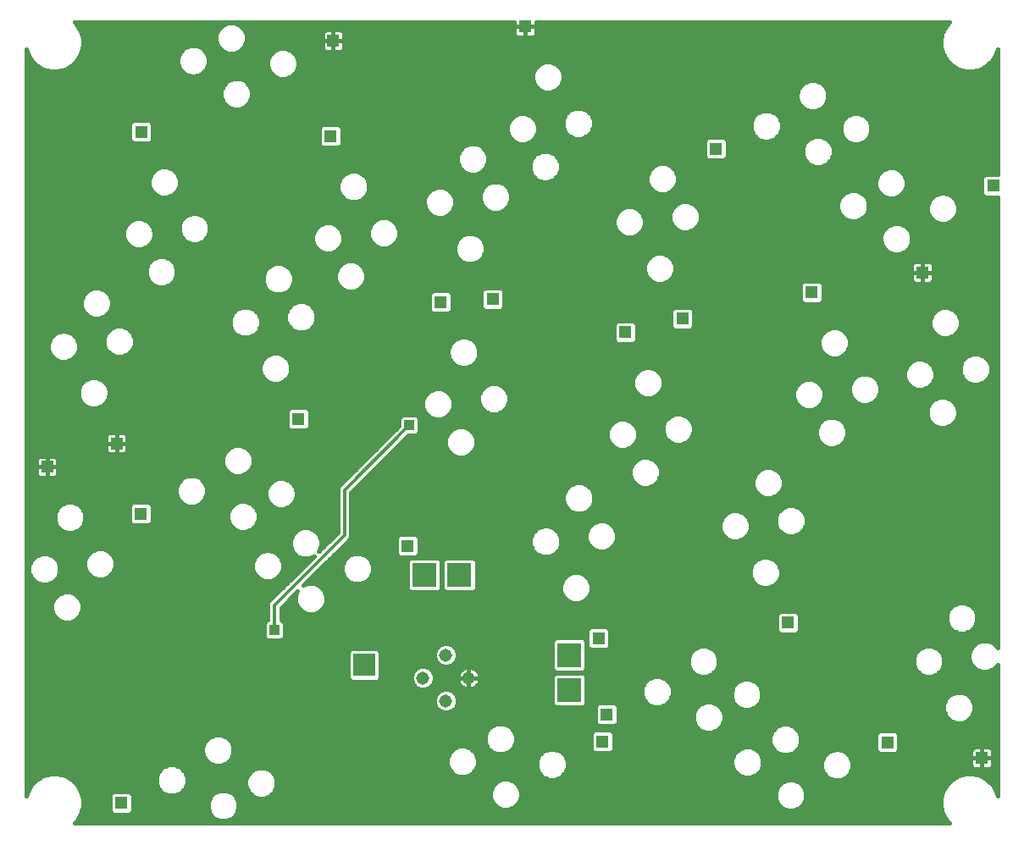
<source format=gbl>
G75*
%MOIN*%
%OFA0B0*%
%FSLAX25Y25*%
%IPPOS*%
%LPD*%
%AMOC8*
5,1,8,0,0,1.08239X$1,22.5*
%
%ADD10C,0.05150*%
%ADD11R,0.04992X0.04992*%
%ADD12C,0.01600*%
%ADD13R,0.03962X0.03962*%
%ADD14R,0.09449X0.09449*%
%ADD15R,0.08858X0.08858*%
%ADD16C,0.01200*%
D10*
X0192611Y0103650D03*
X0201643Y0094623D03*
X0210674Y0103650D03*
X0201643Y0112678D03*
D11*
X0186643Y0155698D03*
X0143611Y0205619D03*
X0081682Y0168335D03*
X0072036Y0196013D03*
X0044713Y0186721D03*
X0073887Y0054438D03*
X0263257Y0078650D03*
X0264910Y0089320D03*
X0261839Y0119320D03*
X0336367Y0125383D03*
X0375461Y0078375D03*
X0412587Y0072154D03*
X0272233Y0239713D03*
X0294753Y0245068D03*
X0345619Y0255461D03*
X0389202Y0263335D03*
X0417115Y0297430D03*
X0307902Y0312036D03*
X0232863Y0360107D03*
X0157351Y0354517D03*
X0156328Y0316957D03*
X0081839Y0318690D03*
X0199674Y0251682D03*
X0220146Y0252863D03*
D12*
X0056524Y0047708D02*
X0055416Y0046600D01*
X0399916Y0046600D01*
X0398808Y0047708D01*
X0397331Y0050266D01*
X0396567Y0053118D01*
X0396567Y0056072D01*
X0397331Y0058925D01*
X0398808Y0061483D01*
X0400897Y0063571D01*
X0403455Y0065048D01*
X0406307Y0065813D01*
X0409261Y0065813D01*
X0412114Y0065048D01*
X0414672Y0063571D01*
X0416760Y0061483D01*
X0418237Y0058925D01*
X0418732Y0057077D01*
X0418732Y0108951D01*
X0418721Y0108924D01*
X0417038Y0107241D01*
X0414840Y0106331D01*
X0412461Y0106331D01*
X0410262Y0107241D01*
X0408580Y0108924D01*
X0407669Y0111122D01*
X0407669Y0113502D01*
X0408580Y0115700D01*
X0410262Y0117382D01*
X0412461Y0118293D01*
X0414840Y0118293D01*
X0417038Y0117382D01*
X0418721Y0115700D01*
X0418732Y0115672D01*
X0418732Y0292934D01*
X0413790Y0292934D01*
X0412619Y0294105D01*
X0412619Y0300754D01*
X0413790Y0301926D01*
X0418732Y0301926D01*
X0418732Y0351326D01*
X0418237Y0349478D01*
X0416760Y0346920D01*
X0414672Y0344832D01*
X0412114Y0343355D01*
X0409261Y0342591D01*
X0406307Y0342591D01*
X0403455Y0343355D01*
X0400897Y0344832D01*
X0398808Y0346920D01*
X0397331Y0349478D01*
X0396567Y0352331D01*
X0396567Y0355285D01*
X0397331Y0358138D01*
X0398808Y0360695D01*
X0399916Y0361803D01*
X0237159Y0361803D01*
X0237159Y0360107D01*
X0232863Y0360107D01*
X0232863Y0355811D01*
X0235596Y0355811D01*
X0236054Y0355934D01*
X0236464Y0356171D01*
X0236799Y0356506D01*
X0237036Y0356916D01*
X0237159Y0357374D01*
X0237159Y0360107D01*
X0232863Y0360107D01*
X0232863Y0360107D01*
X0232863Y0355811D01*
X0230130Y0355811D01*
X0229672Y0355934D01*
X0229262Y0356171D01*
X0228927Y0356506D01*
X0228690Y0356916D01*
X0228567Y0357374D01*
X0228567Y0360107D01*
X0232863Y0360107D01*
X0232863Y0360107D01*
X0232863Y0360107D01*
X0228567Y0360107D01*
X0228567Y0361803D01*
X0055416Y0361803D01*
X0056524Y0360695D01*
X0058001Y0358138D01*
X0058765Y0355285D01*
X0058765Y0352331D01*
X0058001Y0349478D01*
X0056524Y0346920D01*
X0054436Y0344832D01*
X0051878Y0343355D01*
X0049025Y0342591D01*
X0046071Y0342591D01*
X0043218Y0343355D01*
X0040660Y0344832D01*
X0038572Y0346920D01*
X0037095Y0349478D01*
X0036600Y0351326D01*
X0036600Y0057077D01*
X0037095Y0058925D01*
X0038572Y0061483D01*
X0040660Y0063571D01*
X0043218Y0065048D01*
X0046071Y0065813D01*
X0049025Y0065813D01*
X0051878Y0065048D01*
X0054436Y0063571D01*
X0056524Y0061483D01*
X0058001Y0058925D01*
X0058765Y0056072D01*
X0058765Y0053118D01*
X0058001Y0050266D01*
X0056524Y0047708D01*
X0056805Y0048194D02*
X0110922Y0048194D01*
X0110656Y0048304D02*
X0112854Y0047394D01*
X0115234Y0047394D01*
X0117432Y0048304D01*
X0119115Y0049987D01*
X0120025Y0052185D01*
X0120025Y0054565D01*
X0119115Y0056763D01*
X0117432Y0058445D01*
X0115234Y0059356D01*
X0112854Y0059356D01*
X0110656Y0058445D01*
X0108974Y0056763D01*
X0108063Y0054565D01*
X0108063Y0052185D01*
X0108974Y0049987D01*
X0110656Y0048304D01*
X0109168Y0049793D02*
X0057728Y0049793D01*
X0058302Y0051391D02*
X0069391Y0051391D01*
X0069391Y0051113D02*
X0070562Y0049942D01*
X0077211Y0049942D01*
X0078383Y0051113D01*
X0078383Y0057762D01*
X0077211Y0058934D01*
X0070562Y0058934D01*
X0069391Y0057762D01*
X0069391Y0051113D01*
X0069391Y0052990D02*
X0058731Y0052990D01*
X0058765Y0054588D02*
X0069391Y0054588D01*
X0069391Y0056187D02*
X0058735Y0056187D01*
X0058306Y0057785D02*
X0069413Y0057785D01*
X0078360Y0057785D02*
X0091689Y0057785D01*
X0092539Y0057433D02*
X0094919Y0057433D01*
X0097117Y0058344D01*
X0098800Y0060026D01*
X0099710Y0062224D01*
X0099710Y0064604D01*
X0098800Y0066802D01*
X0097117Y0068485D01*
X0094919Y0069395D01*
X0092539Y0069395D01*
X0090341Y0068485D01*
X0088659Y0066802D01*
X0087748Y0064604D01*
X0087748Y0062224D01*
X0088659Y0060026D01*
X0090341Y0058344D01*
X0092539Y0057433D01*
X0095769Y0057785D02*
X0109996Y0057785D01*
X0108735Y0056187D02*
X0078383Y0056187D01*
X0078383Y0054588D02*
X0108073Y0054588D01*
X0108063Y0052990D02*
X0078383Y0052990D01*
X0078383Y0051391D02*
X0108392Y0051391D01*
X0117166Y0048194D02*
X0398527Y0048194D01*
X0397604Y0049793D02*
X0118920Y0049793D01*
X0119696Y0051391D02*
X0397030Y0051391D01*
X0396601Y0052990D02*
X0341291Y0052990D01*
X0340739Y0052438D02*
X0342422Y0054121D01*
X0343332Y0056319D01*
X0343332Y0058698D01*
X0342422Y0060897D01*
X0340739Y0062579D01*
X0338541Y0063490D01*
X0336161Y0063490D01*
X0333963Y0062579D01*
X0332281Y0060897D01*
X0331370Y0058698D01*
X0331370Y0056319D01*
X0332281Y0054121D01*
X0333963Y0052438D01*
X0336161Y0051528D01*
X0338541Y0051528D01*
X0340739Y0052438D01*
X0342615Y0054588D02*
X0396567Y0054588D01*
X0396598Y0056187D02*
X0343277Y0056187D01*
X0343332Y0057785D02*
X0397026Y0057785D01*
X0397596Y0059384D02*
X0343048Y0059384D01*
X0342336Y0060982D02*
X0398519Y0060982D01*
X0399906Y0062581D02*
X0340736Y0062581D01*
X0333967Y0062581D02*
X0228809Y0062581D01*
X0228534Y0062855D02*
X0226336Y0063765D01*
X0223957Y0063765D01*
X0221758Y0062855D01*
X0220076Y0061172D01*
X0219165Y0058974D01*
X0219165Y0056595D01*
X0220076Y0054396D01*
X0221758Y0052714D01*
X0223957Y0051803D01*
X0226336Y0051803D01*
X0228534Y0052714D01*
X0230217Y0054396D01*
X0231128Y0056595D01*
X0231128Y0058974D01*
X0230217Y0061172D01*
X0228534Y0062855D01*
X0230296Y0060982D02*
X0332366Y0060982D01*
X0331654Y0059384D02*
X0230958Y0059384D01*
X0231128Y0057785D02*
X0331370Y0057785D01*
X0331425Y0056187D02*
X0230959Y0056187D01*
X0230296Y0054588D02*
X0332087Y0054588D01*
X0333412Y0052990D02*
X0228810Y0052990D01*
X0221483Y0052990D02*
X0120025Y0052990D01*
X0120015Y0054588D02*
X0219996Y0054588D01*
X0219334Y0056187D02*
X0119353Y0056187D01*
X0118092Y0057785D02*
X0125073Y0057785D01*
X0125617Y0057241D02*
X0127815Y0056331D01*
X0130194Y0056331D01*
X0132393Y0057241D01*
X0134075Y0058924D01*
X0134986Y0061122D01*
X0134986Y0063502D01*
X0134075Y0065700D01*
X0132393Y0067382D01*
X0130194Y0068293D01*
X0127815Y0068293D01*
X0125617Y0067382D01*
X0123934Y0065700D01*
X0123024Y0063502D01*
X0123024Y0061122D01*
X0123934Y0058924D01*
X0125617Y0057241D01*
X0123744Y0059384D02*
X0098157Y0059384D01*
X0099196Y0060982D02*
X0123082Y0060982D01*
X0123024Y0062581D02*
X0099710Y0062581D01*
X0099710Y0064179D02*
X0123304Y0064179D01*
X0124012Y0065778D02*
X0099224Y0065778D01*
X0098226Y0067376D02*
X0125611Y0067376D01*
X0132399Y0067376D02*
X0203080Y0067376D01*
X0203068Y0067388D02*
X0204751Y0065706D01*
X0206949Y0064795D01*
X0209328Y0064795D01*
X0211527Y0065706D01*
X0213209Y0067388D01*
X0214120Y0069587D01*
X0214120Y0071966D01*
X0213209Y0074164D01*
X0211527Y0075847D01*
X0209328Y0076757D01*
X0206949Y0076757D01*
X0204751Y0075847D01*
X0203068Y0074164D01*
X0202157Y0071966D01*
X0202157Y0069587D01*
X0203068Y0067388D01*
X0202411Y0068975D02*
X0095934Y0068975D01*
X0091524Y0068975D02*
X0036600Y0068975D01*
X0036600Y0070573D02*
X0108269Y0070573D01*
X0108609Y0070233D02*
X0106926Y0071916D01*
X0106016Y0074114D01*
X0106016Y0076494D01*
X0106926Y0078692D01*
X0108609Y0080374D01*
X0110807Y0081285D01*
X0113187Y0081285D01*
X0115385Y0080374D01*
X0117067Y0078692D01*
X0117978Y0076494D01*
X0117978Y0074114D01*
X0117067Y0071916D01*
X0115385Y0070233D01*
X0113187Y0069323D01*
X0110807Y0069323D01*
X0108609Y0070233D01*
X0106820Y0072172D02*
X0036600Y0072172D01*
X0036600Y0073770D02*
X0106158Y0073770D01*
X0106016Y0075369D02*
X0036600Y0075369D01*
X0036600Y0076967D02*
X0106212Y0076967D01*
X0106874Y0078566D02*
X0036600Y0078566D01*
X0036600Y0080164D02*
X0108399Y0080164D01*
X0115595Y0080164D02*
X0217118Y0080164D01*
X0217118Y0080903D02*
X0217118Y0078524D01*
X0218029Y0076325D01*
X0219711Y0074643D01*
X0221909Y0073732D01*
X0224289Y0073732D01*
X0226487Y0074643D01*
X0228170Y0076325D01*
X0229080Y0078524D01*
X0229080Y0080903D01*
X0228170Y0083101D01*
X0226487Y0084784D01*
X0224289Y0085694D01*
X0221909Y0085694D01*
X0219711Y0084784D01*
X0218029Y0083101D01*
X0217118Y0080903D01*
X0217474Y0081763D02*
X0036600Y0081763D01*
X0036600Y0083361D02*
X0218289Y0083361D01*
X0220136Y0084960D02*
X0036600Y0084960D01*
X0036600Y0086558D02*
X0260414Y0086558D01*
X0260414Y0085995D02*
X0261586Y0084824D01*
X0268235Y0084824D01*
X0269406Y0085995D01*
X0269406Y0092644D01*
X0268235Y0093816D01*
X0261586Y0093816D01*
X0260414Y0092644D01*
X0260414Y0085995D01*
X0261450Y0084960D02*
X0226063Y0084960D01*
X0227910Y0083361D02*
X0301505Y0083361D01*
X0301680Y0083186D02*
X0303878Y0082276D01*
X0306257Y0082276D01*
X0308456Y0083186D01*
X0310138Y0084869D01*
X0311049Y0087067D01*
X0311049Y0089446D01*
X0310138Y0091645D01*
X0308456Y0093327D01*
X0306257Y0094238D01*
X0303878Y0094238D01*
X0301680Y0093327D01*
X0299997Y0091645D01*
X0299087Y0089446D01*
X0299087Y0087067D01*
X0299997Y0084869D01*
X0301680Y0083186D01*
X0299959Y0084960D02*
X0268371Y0084960D01*
X0269406Y0086558D02*
X0299297Y0086558D01*
X0299087Y0088157D02*
X0269406Y0088157D01*
X0269406Y0089755D02*
X0299215Y0089755D01*
X0299877Y0091354D02*
X0269406Y0091354D01*
X0269098Y0092952D02*
X0282024Y0092952D01*
X0281365Y0093226D02*
X0283563Y0092315D01*
X0285942Y0092315D01*
X0288141Y0093226D01*
X0289823Y0094908D01*
X0290734Y0097106D01*
X0290734Y0099486D01*
X0289823Y0101684D01*
X0288141Y0103367D01*
X0285942Y0104277D01*
X0283563Y0104277D01*
X0281365Y0103367D01*
X0279682Y0101684D01*
X0278772Y0099486D01*
X0278772Y0097106D01*
X0279682Y0094908D01*
X0281365Y0093226D01*
X0280039Y0094551D02*
X0257028Y0094551D01*
X0257028Y0093334D02*
X0255857Y0092162D01*
X0244751Y0092162D01*
X0243580Y0093334D01*
X0243580Y0104439D01*
X0244751Y0105611D01*
X0255857Y0105611D01*
X0257028Y0104439D01*
X0257028Y0093334D01*
X0256647Y0092952D02*
X0260722Y0092952D01*
X0260414Y0091354D02*
X0204843Y0091354D01*
X0204234Y0090745D02*
X0205521Y0092031D01*
X0206217Y0093713D01*
X0206217Y0095533D01*
X0205521Y0097214D01*
X0204234Y0098501D01*
X0202552Y0099198D01*
X0200733Y0099198D01*
X0199051Y0098501D01*
X0197764Y0097214D01*
X0197068Y0095533D01*
X0197068Y0093713D01*
X0197764Y0092031D01*
X0199051Y0090745D01*
X0200733Y0090048D01*
X0202552Y0090048D01*
X0204234Y0090745D01*
X0205902Y0092952D02*
X0243961Y0092952D01*
X0243580Y0094551D02*
X0206217Y0094551D01*
X0205962Y0096149D02*
X0243580Y0096149D01*
X0243580Y0097748D02*
X0204987Y0097748D01*
X0207824Y0100313D02*
X0208381Y0099909D01*
X0208995Y0099596D01*
X0209650Y0099383D01*
X0210330Y0099276D01*
X0210674Y0099276D01*
X0211018Y0099276D01*
X0211698Y0099383D01*
X0212353Y0099596D01*
X0212967Y0099909D01*
X0213524Y0100313D01*
X0214011Y0100800D01*
X0214416Y0101357D01*
X0214728Y0101971D01*
X0214941Y0102626D01*
X0215049Y0103306D01*
X0215049Y0103650D01*
X0210674Y0103650D01*
X0210674Y0099276D01*
X0210674Y0103650D01*
X0210674Y0103650D01*
X0206299Y0103650D01*
X0206299Y0103306D01*
X0206407Y0102626D01*
X0206620Y0101971D01*
X0206932Y0101357D01*
X0207337Y0100800D01*
X0207824Y0100313D01*
X0207232Y0100945D02*
X0196375Y0100945D01*
X0196489Y0101059D02*
X0197186Y0102740D01*
X0197186Y0104560D01*
X0196489Y0106242D01*
X0195202Y0107529D01*
X0193521Y0108225D01*
X0191701Y0108225D01*
X0190020Y0107529D01*
X0188733Y0106242D01*
X0188036Y0104560D01*
X0188036Y0102740D01*
X0188733Y0101059D01*
X0190020Y0099772D01*
X0191701Y0099076D01*
X0193521Y0099076D01*
X0195202Y0099772D01*
X0196489Y0101059D01*
X0197104Y0102543D02*
X0206434Y0102543D01*
X0206299Y0103650D02*
X0210674Y0103650D01*
X0210674Y0103650D01*
X0210674Y0103650D01*
X0215049Y0103650D01*
X0215049Y0103995D01*
X0214941Y0104675D01*
X0214728Y0105330D01*
X0214416Y0105943D01*
X0214011Y0106500D01*
X0213524Y0106987D01*
X0212967Y0107392D01*
X0212353Y0107705D01*
X0211698Y0107917D01*
X0211018Y0108025D01*
X0210674Y0108025D01*
X0210674Y0103651D01*
X0210674Y0108025D01*
X0210330Y0108025D01*
X0209650Y0107917D01*
X0208995Y0107705D01*
X0208381Y0107392D01*
X0207824Y0106987D01*
X0207337Y0106500D01*
X0206932Y0105943D01*
X0206620Y0105330D01*
X0206407Y0104675D01*
X0206299Y0103995D01*
X0206299Y0103650D01*
X0206323Y0104142D02*
X0197186Y0104142D01*
X0196697Y0105740D02*
X0206829Y0105740D01*
X0208308Y0107339D02*
X0195392Y0107339D01*
X0197764Y0110087D02*
X0199051Y0108800D01*
X0200733Y0108103D01*
X0202552Y0108103D01*
X0204234Y0108800D01*
X0205521Y0110087D01*
X0206217Y0111768D01*
X0206217Y0113588D01*
X0205521Y0115269D01*
X0204234Y0116556D01*
X0202552Y0117253D01*
X0200733Y0117253D01*
X0199051Y0116556D01*
X0197764Y0115269D01*
X0197068Y0113588D01*
X0197068Y0111768D01*
X0197764Y0110087D01*
X0197578Y0110536D02*
X0176024Y0110536D01*
X0176024Y0112134D02*
X0197068Y0112134D01*
X0197128Y0113733D02*
X0176024Y0113733D01*
X0176024Y0113987D02*
X0174853Y0115158D01*
X0164338Y0115158D01*
X0163166Y0113987D01*
X0163166Y0103472D01*
X0164338Y0102300D01*
X0174853Y0102300D01*
X0176024Y0103472D01*
X0176024Y0113987D01*
X0176024Y0108937D02*
X0198913Y0108937D01*
X0204372Y0108937D02*
X0243580Y0108937D01*
X0243580Y0107339D02*
X0213040Y0107339D01*
X0214519Y0105740D02*
X0299007Y0105740D01*
X0299632Y0105115D02*
X0301831Y0104205D01*
X0304210Y0104205D01*
X0306408Y0105115D01*
X0308091Y0106798D01*
X0309002Y0108996D01*
X0309002Y0111376D01*
X0308091Y0113574D01*
X0306408Y0115256D01*
X0304210Y0116167D01*
X0301831Y0116167D01*
X0299632Y0115256D01*
X0297950Y0113574D01*
X0297039Y0111376D01*
X0297039Y0108996D01*
X0297950Y0106798D01*
X0299632Y0105115D01*
X0297726Y0107339D02*
X0257028Y0107339D01*
X0257028Y0107113D02*
X0255857Y0105942D01*
X0244751Y0105942D01*
X0243580Y0107113D01*
X0243580Y0118219D01*
X0244751Y0119391D01*
X0255857Y0119391D01*
X0257028Y0118219D01*
X0257028Y0107113D01*
X0257028Y0108937D02*
X0297064Y0108937D01*
X0297039Y0110536D02*
X0257028Y0110536D01*
X0257028Y0112134D02*
X0297354Y0112134D01*
X0298109Y0113733D02*
X0257028Y0113733D01*
X0257028Y0115332D02*
X0258007Y0115332D01*
X0258515Y0114824D02*
X0265164Y0114824D01*
X0266335Y0115995D01*
X0266335Y0122644D01*
X0265164Y0123816D01*
X0258515Y0123816D01*
X0257343Y0122644D01*
X0257343Y0115995D01*
X0258515Y0114824D01*
X0257343Y0116930D02*
X0257028Y0116930D01*
X0256719Y0118529D02*
X0257343Y0118529D01*
X0257343Y0120127D02*
X0138143Y0120127D01*
X0138143Y0119699D02*
X0138143Y0125318D01*
X0136972Y0126490D01*
X0136762Y0126490D01*
X0136762Y0131274D01*
X0143288Y0137800D01*
X0142551Y0136021D01*
X0142551Y0133642D01*
X0143462Y0131443D01*
X0145144Y0129761D01*
X0147343Y0128850D01*
X0149722Y0128850D01*
X0151920Y0129761D01*
X0153603Y0131443D01*
X0154513Y0133642D01*
X0154513Y0136021D01*
X0153603Y0138220D01*
X0151920Y0139902D01*
X0149722Y0140813D01*
X0147343Y0140813D01*
X0145564Y0140076D01*
X0163194Y0157706D01*
X0163925Y0158437D01*
X0164321Y0159393D01*
X0164321Y0176550D01*
X0187008Y0199236D01*
X0190121Y0199236D01*
X0191293Y0200408D01*
X0191293Y0206027D01*
X0190121Y0207198D01*
X0184502Y0207198D01*
X0183331Y0206027D01*
X0183331Y0202913D01*
X0159517Y0179100D01*
X0159121Y0178144D01*
X0159121Y0160987D01*
X0151590Y0153456D01*
X0152466Y0155571D01*
X0152466Y0157950D01*
X0151556Y0160149D01*
X0149873Y0161831D01*
X0147675Y0162742D01*
X0145295Y0162742D01*
X0143097Y0161831D01*
X0141415Y0160149D01*
X0140504Y0157950D01*
X0140504Y0155571D01*
X0141415Y0153373D01*
X0143097Y0151690D01*
X0145295Y0150780D01*
X0147675Y0150780D01*
X0149790Y0151656D01*
X0131958Y0133824D01*
X0131562Y0132868D01*
X0131562Y0126490D01*
X0131353Y0126490D01*
X0130181Y0125318D01*
X0130181Y0119699D01*
X0131353Y0118528D01*
X0136972Y0118528D01*
X0138143Y0119699D01*
X0136973Y0118529D02*
X0243889Y0118529D01*
X0243580Y0116930D02*
X0203332Y0116930D01*
X0205459Y0115332D02*
X0243580Y0115332D01*
X0243580Y0113733D02*
X0206157Y0113733D01*
X0206217Y0112134D02*
X0243580Y0112134D01*
X0243580Y0110536D02*
X0205707Y0110536D01*
X0210674Y0107339D02*
X0210674Y0107339D01*
X0210674Y0105740D02*
X0210674Y0105740D01*
X0210674Y0104142D02*
X0210674Y0104142D01*
X0210674Y0103651D02*
X0210674Y0103651D01*
X0210674Y0102543D02*
X0210674Y0102543D01*
X0210674Y0100945D02*
X0210674Y0100945D01*
X0210674Y0099346D02*
X0210674Y0099346D01*
X0211465Y0099346D02*
X0243580Y0099346D01*
X0243580Y0100945D02*
X0214116Y0100945D01*
X0214914Y0102543D02*
X0243580Y0102543D01*
X0243580Y0104142D02*
X0215025Y0104142D01*
X0209883Y0099346D02*
X0194175Y0099346D01*
X0191047Y0099346D02*
X0036600Y0099346D01*
X0036600Y0097748D02*
X0198298Y0097748D01*
X0197323Y0096149D02*
X0036600Y0096149D01*
X0036600Y0094551D02*
X0197068Y0094551D01*
X0197383Y0092952D02*
X0036600Y0092952D01*
X0036600Y0091354D02*
X0198442Y0091354D01*
X0188847Y0100945D02*
X0036600Y0100945D01*
X0036600Y0102543D02*
X0164094Y0102543D01*
X0163166Y0104142D02*
X0036600Y0104142D01*
X0036600Y0105740D02*
X0163166Y0105740D01*
X0163166Y0107339D02*
X0036600Y0107339D01*
X0036600Y0108937D02*
X0163166Y0108937D01*
X0163166Y0110536D02*
X0036600Y0110536D01*
X0036600Y0112134D02*
X0163166Y0112134D01*
X0163166Y0113733D02*
X0036600Y0113733D01*
X0036600Y0115332D02*
X0197826Y0115332D01*
X0199953Y0116930D02*
X0036600Y0116930D01*
X0036600Y0118529D02*
X0131352Y0118529D01*
X0130181Y0120127D02*
X0036600Y0120127D01*
X0036600Y0121726D02*
X0130181Y0121726D01*
X0130181Y0123324D02*
X0036600Y0123324D01*
X0036600Y0124923D02*
X0130181Y0124923D01*
X0131562Y0126521D02*
X0055948Y0126521D01*
X0055975Y0126533D02*
X0057658Y0128215D01*
X0058568Y0130413D01*
X0058568Y0132793D01*
X0057658Y0134991D01*
X0055975Y0136674D01*
X0053777Y0137584D01*
X0051398Y0137584D01*
X0049199Y0136674D01*
X0047517Y0134991D01*
X0046606Y0132793D01*
X0046606Y0130413D01*
X0047517Y0128215D01*
X0049199Y0126533D01*
X0051398Y0125622D01*
X0053777Y0125622D01*
X0055975Y0126533D01*
X0057562Y0128120D02*
X0131562Y0128120D01*
X0131562Y0129718D02*
X0058280Y0129718D01*
X0058568Y0131317D02*
X0131562Y0131317D01*
X0131582Y0132915D02*
X0058518Y0132915D01*
X0057856Y0134514D02*
X0132648Y0134514D01*
X0134246Y0136112D02*
X0056537Y0136112D01*
X0062191Y0143540D02*
X0060509Y0145223D01*
X0059598Y0147421D01*
X0059598Y0149801D01*
X0060509Y0151999D01*
X0062191Y0153682D01*
X0064390Y0154592D01*
X0066769Y0154592D01*
X0068968Y0153682D01*
X0070650Y0151999D01*
X0071561Y0149801D01*
X0071561Y0147421D01*
X0070650Y0145223D01*
X0068968Y0143540D01*
X0066769Y0142630D01*
X0064390Y0142630D01*
X0062191Y0143540D01*
X0061627Y0144105D02*
X0049106Y0144105D01*
X0048721Y0143176D02*
X0049631Y0145374D01*
X0049631Y0147753D01*
X0048721Y0149952D01*
X0047038Y0151634D01*
X0044840Y0152545D01*
X0042461Y0152545D01*
X0040262Y0151634D01*
X0038580Y0149952D01*
X0037669Y0147753D01*
X0037669Y0145374D01*
X0038580Y0143176D01*
X0040262Y0141493D01*
X0042461Y0140583D01*
X0044840Y0140583D01*
X0047038Y0141493D01*
X0048721Y0143176D01*
X0048051Y0142506D02*
X0128732Y0142506D01*
X0128136Y0142753D02*
X0130335Y0141843D01*
X0132714Y0141843D01*
X0134912Y0142753D01*
X0136595Y0144436D01*
X0137505Y0146634D01*
X0137505Y0149013D01*
X0136595Y0151212D01*
X0134912Y0152894D01*
X0132714Y0153805D01*
X0130335Y0153805D01*
X0128136Y0152894D01*
X0126454Y0151212D01*
X0125543Y0149013D01*
X0125543Y0146634D01*
X0126454Y0144436D01*
X0128136Y0142753D01*
X0126785Y0144105D02*
X0069532Y0144105D01*
X0070849Y0145703D02*
X0125929Y0145703D01*
X0125543Y0147302D02*
X0071511Y0147302D01*
X0071561Y0148900D02*
X0125543Y0148900D01*
X0126159Y0150499D02*
X0071271Y0150499D01*
X0070552Y0152097D02*
X0127340Y0152097D01*
X0130072Y0153696D02*
X0068933Y0153696D01*
X0062226Y0153696D02*
X0036600Y0153696D01*
X0036600Y0155294D02*
X0140619Y0155294D01*
X0140504Y0156893D02*
X0036600Y0156893D01*
X0036600Y0158491D02*
X0140728Y0158491D01*
X0141390Y0160090D02*
X0036600Y0160090D01*
X0036600Y0161688D02*
X0050591Y0161688D01*
X0050302Y0161808D02*
X0052500Y0160898D01*
X0054879Y0160898D01*
X0057078Y0161808D01*
X0058760Y0163491D01*
X0059671Y0165689D01*
X0059671Y0168068D01*
X0058760Y0170267D01*
X0057078Y0171949D01*
X0054879Y0172860D01*
X0052500Y0172860D01*
X0050302Y0171949D01*
X0048619Y0170267D01*
X0047709Y0168068D01*
X0047709Y0165689D01*
X0048619Y0163491D01*
X0050302Y0161808D01*
X0048823Y0163287D02*
X0036600Y0163287D01*
X0036600Y0164885D02*
X0048042Y0164885D01*
X0047709Y0166484D02*
X0036600Y0166484D01*
X0036600Y0168082D02*
X0047714Y0168082D01*
X0048377Y0169681D02*
X0036600Y0169681D01*
X0036600Y0171279D02*
X0049632Y0171279D01*
X0057748Y0171279D02*
X0077186Y0171279D01*
X0077186Y0171660D02*
X0077186Y0165011D01*
X0078357Y0163839D01*
X0085006Y0163839D01*
X0086178Y0165011D01*
X0086178Y0171660D01*
X0085006Y0172831D01*
X0078357Y0172831D01*
X0077186Y0171660D01*
X0077186Y0169681D02*
X0059003Y0169681D01*
X0059665Y0168082D02*
X0077186Y0168082D01*
X0077186Y0166484D02*
X0059671Y0166484D01*
X0059338Y0164885D02*
X0077311Y0164885D01*
X0086052Y0164885D02*
X0116354Y0164885D01*
X0116769Y0163884D02*
X0118451Y0162202D01*
X0120650Y0161291D01*
X0123029Y0161291D01*
X0125227Y0162202D01*
X0126910Y0163884D01*
X0127820Y0166083D01*
X0127820Y0168462D01*
X0126910Y0170660D01*
X0125227Y0172343D01*
X0123029Y0173254D01*
X0120650Y0173254D01*
X0118451Y0172343D01*
X0116769Y0170660D01*
X0115858Y0168462D01*
X0115858Y0166083D01*
X0116769Y0163884D01*
X0117366Y0163287D02*
X0058556Y0163287D01*
X0056788Y0161688D02*
X0119691Y0161688D01*
X0123988Y0161688D02*
X0142954Y0161688D01*
X0150016Y0161688D02*
X0159121Y0161688D01*
X0159121Y0163287D02*
X0126312Y0163287D01*
X0127324Y0164885D02*
X0159121Y0164885D01*
X0159121Y0166484D02*
X0127820Y0166484D01*
X0127820Y0168082D02*
X0159121Y0168082D01*
X0159121Y0169681D02*
X0127316Y0169681D01*
X0126291Y0171279D02*
X0133271Y0171279D01*
X0133412Y0171139D02*
X0135610Y0170228D01*
X0137990Y0170228D01*
X0140188Y0171139D01*
X0141871Y0172821D01*
X0142781Y0175020D01*
X0142781Y0177399D01*
X0141871Y0179597D01*
X0140188Y0181280D01*
X0137990Y0182191D01*
X0135610Y0182191D01*
X0133412Y0181280D01*
X0131729Y0179597D01*
X0130819Y0177399D01*
X0130819Y0175020D01*
X0131729Y0172821D01*
X0133412Y0171139D01*
X0131706Y0172878D02*
X0123936Y0172878D01*
X0119743Y0172878D02*
X0105549Y0172878D01*
X0104912Y0172241D02*
X0106595Y0173924D01*
X0107505Y0176122D01*
X0107505Y0178502D01*
X0106595Y0180700D01*
X0104912Y0182382D01*
X0102714Y0183293D01*
X0100335Y0183293D01*
X0098136Y0182382D01*
X0096454Y0180700D01*
X0095543Y0178502D01*
X0095543Y0176122D01*
X0096454Y0173924D01*
X0098136Y0172241D01*
X0100335Y0171331D01*
X0102714Y0171331D01*
X0104912Y0172241D01*
X0106824Y0174476D02*
X0131044Y0174476D01*
X0130819Y0176075D02*
X0107486Y0176075D01*
X0107505Y0177673D02*
X0130933Y0177673D01*
X0131595Y0179272D02*
X0107186Y0179272D01*
X0106424Y0180870D02*
X0133002Y0180870D01*
X0140598Y0180870D02*
X0161288Y0180870D01*
X0159690Y0179272D02*
X0142005Y0179272D01*
X0142667Y0177673D02*
X0159121Y0177673D01*
X0159121Y0176075D02*
X0142781Y0176075D01*
X0142556Y0174476D02*
X0159121Y0174476D01*
X0159121Y0172878D02*
X0141894Y0172878D01*
X0140329Y0171279D02*
X0159121Y0171279D01*
X0164321Y0171279D02*
X0248800Y0171279D01*
X0248895Y0171050D02*
X0250577Y0169367D01*
X0252776Y0168457D01*
X0255155Y0168457D01*
X0257353Y0169367D01*
X0259036Y0171050D01*
X0259946Y0173248D01*
X0259946Y0175628D01*
X0259036Y0177826D01*
X0257353Y0179508D01*
X0255155Y0180419D01*
X0252776Y0180419D01*
X0250577Y0179508D01*
X0248895Y0177826D01*
X0247984Y0175628D01*
X0247984Y0173248D01*
X0248895Y0171050D01*
X0250264Y0169681D02*
X0164321Y0169681D01*
X0164321Y0168082D02*
X0311632Y0168082D01*
X0312113Y0168563D02*
X0310430Y0166881D01*
X0309520Y0164683D01*
X0309520Y0162303D01*
X0310430Y0160105D01*
X0312113Y0158422D01*
X0314311Y0157512D01*
X0316691Y0157512D01*
X0318889Y0158422D01*
X0320571Y0160105D01*
X0321482Y0162303D01*
X0321482Y0164683D01*
X0320571Y0166881D01*
X0318889Y0168563D01*
X0316691Y0169474D01*
X0314311Y0169474D01*
X0312113Y0168563D01*
X0310266Y0166484D02*
X0164321Y0166484D01*
X0164321Y0164885D02*
X0260330Y0164885D01*
X0259514Y0164548D02*
X0261713Y0165458D01*
X0264092Y0165458D01*
X0266290Y0164548D01*
X0267973Y0162865D01*
X0268883Y0160667D01*
X0268883Y0158287D01*
X0267973Y0156089D01*
X0266290Y0154407D01*
X0264092Y0153496D01*
X0261713Y0153496D01*
X0259514Y0154407D01*
X0257832Y0156089D01*
X0256921Y0158287D01*
X0256921Y0160667D01*
X0257832Y0162865D01*
X0259514Y0164548D01*
X0258254Y0163287D02*
X0242463Y0163287D01*
X0242163Y0163411D02*
X0239784Y0163411D01*
X0237585Y0162500D01*
X0235903Y0160818D01*
X0234992Y0158620D01*
X0234992Y0156240D01*
X0235903Y0154042D01*
X0237585Y0152359D01*
X0239784Y0151449D01*
X0242163Y0151449D01*
X0244361Y0152359D01*
X0246044Y0154042D01*
X0246954Y0156240D01*
X0246954Y0158620D01*
X0246044Y0160818D01*
X0244361Y0162500D01*
X0242163Y0163411D01*
X0239484Y0163287D02*
X0164321Y0163287D01*
X0164321Y0161688D02*
X0236773Y0161688D01*
X0235601Y0160090D02*
X0190071Y0160090D01*
X0189967Y0160194D02*
X0183318Y0160194D01*
X0182146Y0159022D01*
X0182146Y0152373D01*
X0183318Y0151202D01*
X0189967Y0151202D01*
X0191139Y0152373D01*
X0191139Y0159022D01*
X0189967Y0160194D01*
X0191139Y0158491D02*
X0234992Y0158491D01*
X0234992Y0156893D02*
X0191139Y0156893D01*
X0191139Y0155294D02*
X0235384Y0155294D01*
X0236249Y0153696D02*
X0191139Y0153696D01*
X0190863Y0152097D02*
X0238218Y0152097D01*
X0243728Y0152097D02*
X0418732Y0152097D01*
X0418732Y0150499D02*
X0330288Y0150499D01*
X0330779Y0150296D02*
X0328580Y0151206D01*
X0326201Y0151206D01*
X0324003Y0150296D01*
X0322320Y0148613D01*
X0321409Y0146415D01*
X0321409Y0144035D01*
X0322320Y0141837D01*
X0324003Y0140155D01*
X0326201Y0139244D01*
X0328580Y0139244D01*
X0330779Y0140155D01*
X0332461Y0141837D01*
X0333372Y0144035D01*
X0333372Y0146415D01*
X0332461Y0148613D01*
X0330779Y0150296D01*
X0332174Y0148900D02*
X0418732Y0148900D01*
X0418732Y0147302D02*
X0333004Y0147302D01*
X0333372Y0145703D02*
X0418732Y0145703D01*
X0418732Y0144105D02*
X0333372Y0144105D01*
X0332738Y0142506D02*
X0418732Y0142506D01*
X0418732Y0140908D02*
X0331532Y0140908D01*
X0328737Y0139309D02*
X0418732Y0139309D01*
X0418732Y0137711D02*
X0258736Y0137711D01*
X0258844Y0137972D02*
X0257934Y0135774D01*
X0256251Y0134092D01*
X0254053Y0133181D01*
X0251673Y0133181D01*
X0249475Y0134092D01*
X0247792Y0135774D01*
X0246882Y0137972D01*
X0246882Y0140352D01*
X0247792Y0142550D01*
X0249475Y0144233D01*
X0251673Y0145143D01*
X0254053Y0145143D01*
X0256251Y0144233D01*
X0257934Y0142550D01*
X0258844Y0140352D01*
X0258844Y0137972D01*
X0258844Y0139309D02*
X0326044Y0139309D01*
X0323249Y0140908D02*
X0258614Y0140908D01*
X0257952Y0142506D02*
X0322043Y0142506D01*
X0321409Y0144105D02*
X0256379Y0144105D01*
X0249347Y0144105D02*
X0213721Y0144105D01*
X0213721Y0145703D02*
X0321409Y0145703D01*
X0321777Y0147302D02*
X0213721Y0147302D01*
X0213721Y0148900D02*
X0322607Y0148900D01*
X0324493Y0150499D02*
X0212938Y0150499D01*
X0212550Y0150887D02*
X0201444Y0150887D01*
X0200272Y0149715D01*
X0200272Y0138609D01*
X0201444Y0137438D01*
X0212550Y0137438D01*
X0213721Y0138609D01*
X0213721Y0149715D01*
X0212550Y0150887D01*
X0213721Y0142506D02*
X0247774Y0142506D01*
X0247112Y0140908D02*
X0213721Y0140908D01*
X0213721Y0139309D02*
X0246882Y0139309D01*
X0246990Y0137711D02*
X0212823Y0137711D01*
X0201171Y0137711D02*
X0199043Y0137711D01*
X0198770Y0137438D02*
X0199942Y0138609D01*
X0199942Y0149715D01*
X0198770Y0150887D01*
X0187664Y0150887D01*
X0186493Y0149715D01*
X0186493Y0138609D01*
X0187664Y0137438D01*
X0198770Y0137438D01*
X0199942Y0139309D02*
X0200272Y0139309D01*
X0200272Y0140908D02*
X0199942Y0140908D01*
X0199942Y0142506D02*
X0200272Y0142506D01*
X0200272Y0144105D02*
X0199942Y0144105D01*
X0199942Y0145703D02*
X0200272Y0145703D01*
X0200272Y0147302D02*
X0199942Y0147302D01*
X0199942Y0148900D02*
X0200272Y0148900D01*
X0201056Y0150499D02*
X0199158Y0150499D01*
X0187277Y0150499D02*
X0171481Y0150499D01*
X0171871Y0150109D02*
X0170188Y0151792D01*
X0167990Y0152702D01*
X0165610Y0152702D01*
X0163412Y0151792D01*
X0161729Y0150109D01*
X0160819Y0147911D01*
X0160819Y0145532D01*
X0161729Y0143333D01*
X0163412Y0141651D01*
X0165610Y0140740D01*
X0167990Y0140740D01*
X0170188Y0141651D01*
X0171871Y0143333D01*
X0172781Y0145532D01*
X0172781Y0147911D01*
X0171871Y0150109D01*
X0172371Y0148900D02*
X0186493Y0148900D01*
X0186493Y0147302D02*
X0172781Y0147302D01*
X0172781Y0145703D02*
X0186493Y0145703D01*
X0186493Y0144105D02*
X0172190Y0144105D01*
X0171044Y0142506D02*
X0186493Y0142506D01*
X0186493Y0140908D02*
X0168394Y0140908D01*
X0165206Y0140908D02*
X0146396Y0140908D01*
X0147994Y0142506D02*
X0162556Y0142506D01*
X0161410Y0144105D02*
X0149593Y0144105D01*
X0151191Y0145703D02*
X0160819Y0145703D01*
X0160819Y0147302D02*
X0152790Y0147302D01*
X0154388Y0148900D02*
X0161229Y0148900D01*
X0162119Y0150499D02*
X0155987Y0150499D01*
X0157585Y0152097D02*
X0164150Y0152097D01*
X0160782Y0155294D02*
X0182146Y0155294D01*
X0182146Y0153696D02*
X0159184Y0153696D01*
X0162381Y0156893D02*
X0182146Y0156893D01*
X0182146Y0158491D02*
X0163948Y0158491D01*
X0164321Y0160090D02*
X0183214Y0160090D01*
X0182422Y0152097D02*
X0169450Y0152097D01*
X0158224Y0160090D02*
X0151580Y0160090D01*
X0152242Y0158491D02*
X0156625Y0158491D01*
X0155027Y0156893D02*
X0152466Y0156893D01*
X0152352Y0155294D02*
X0153428Y0155294D01*
X0151830Y0153696D02*
X0151689Y0153696D01*
X0148633Y0150499D02*
X0136890Y0150499D01*
X0137505Y0148900D02*
X0147034Y0148900D01*
X0145436Y0147302D02*
X0137505Y0147302D01*
X0137120Y0145703D02*
X0143837Y0145703D01*
X0142239Y0144105D02*
X0136264Y0144105D01*
X0134316Y0142506D02*
X0140640Y0142506D01*
X0139042Y0140908D02*
X0045625Y0140908D01*
X0041676Y0140908D02*
X0036600Y0140908D01*
X0036600Y0142506D02*
X0039249Y0142506D01*
X0038195Y0144105D02*
X0036600Y0144105D01*
X0036600Y0145703D02*
X0037669Y0145703D01*
X0037669Y0147302D02*
X0036600Y0147302D01*
X0036600Y0148900D02*
X0038144Y0148900D01*
X0039127Y0150499D02*
X0036600Y0150499D01*
X0036600Y0152097D02*
X0041380Y0152097D01*
X0045921Y0152097D02*
X0060607Y0152097D01*
X0059888Y0150499D02*
X0048174Y0150499D01*
X0049156Y0148900D02*
X0059598Y0148900D01*
X0059648Y0147302D02*
X0049631Y0147302D01*
X0049631Y0145703D02*
X0060310Y0145703D01*
X0048638Y0136112D02*
X0036600Y0136112D01*
X0036600Y0134514D02*
X0047319Y0134514D01*
X0046657Y0132915D02*
X0036600Y0132915D01*
X0036600Y0131317D02*
X0046606Y0131317D01*
X0046894Y0129718D02*
X0036600Y0129718D01*
X0036600Y0128120D02*
X0047612Y0128120D01*
X0049227Y0126521D02*
X0036600Y0126521D01*
X0036600Y0137711D02*
X0135845Y0137711D01*
X0137443Y0139309D02*
X0036600Y0139309D01*
X0036600Y0172878D02*
X0097500Y0172878D01*
X0096225Y0174476D02*
X0036600Y0174476D01*
X0036600Y0176075D02*
X0095563Y0176075D01*
X0095543Y0177673D02*
X0036600Y0177673D01*
X0036600Y0179272D02*
X0095862Y0179272D01*
X0096625Y0180870D02*
X0036600Y0180870D01*
X0036600Y0182469D02*
X0041817Y0182469D01*
X0041980Y0182425D02*
X0044713Y0182425D01*
X0044713Y0186721D01*
X0040417Y0186721D01*
X0040417Y0183988D01*
X0040540Y0183530D01*
X0040777Y0183120D01*
X0041112Y0182785D01*
X0041523Y0182548D01*
X0041980Y0182425D01*
X0040417Y0184068D02*
X0036600Y0184068D01*
X0036600Y0185666D02*
X0040417Y0185666D01*
X0040417Y0186721D02*
X0044713Y0186721D01*
X0044713Y0186721D01*
X0044713Y0186721D01*
X0044713Y0182425D01*
X0047446Y0182425D01*
X0047904Y0182548D01*
X0048315Y0182785D01*
X0048650Y0183120D01*
X0048887Y0183530D01*
X0049009Y0183988D01*
X0049009Y0186721D01*
X0044714Y0186721D01*
X0044714Y0186721D01*
X0049009Y0186721D01*
X0049009Y0189454D01*
X0048887Y0189912D01*
X0048650Y0190323D01*
X0048315Y0190658D01*
X0047904Y0190895D01*
X0047446Y0191017D01*
X0044713Y0191017D01*
X0041980Y0191017D01*
X0041523Y0190895D01*
X0041112Y0190658D01*
X0040777Y0190323D01*
X0040540Y0189912D01*
X0040417Y0189454D01*
X0040417Y0186721D01*
X0040417Y0187265D02*
X0036600Y0187265D01*
X0036600Y0188863D02*
X0040417Y0188863D01*
X0040916Y0190462D02*
X0036600Y0190462D01*
X0036600Y0192060D02*
X0068463Y0192060D01*
X0068435Y0192076D02*
X0068845Y0191839D01*
X0069303Y0191717D01*
X0072036Y0191717D01*
X0072036Y0196012D01*
X0072036Y0196012D01*
X0072036Y0196013D02*
X0067740Y0196013D01*
X0072036Y0196013D01*
X0072036Y0200309D01*
X0069303Y0200309D01*
X0068845Y0200186D01*
X0068435Y0199949D01*
X0068100Y0199614D01*
X0067863Y0199203D01*
X0067740Y0198746D01*
X0067740Y0196013D01*
X0067740Y0193280D01*
X0067863Y0192822D01*
X0068100Y0192411D01*
X0068435Y0192076D01*
X0067740Y0193659D02*
X0036600Y0193659D01*
X0036600Y0195257D02*
X0067740Y0195257D01*
X0067740Y0196856D02*
X0036600Y0196856D01*
X0036600Y0198454D02*
X0067740Y0198454D01*
X0068614Y0200053D02*
X0036600Y0200053D01*
X0036600Y0201651D02*
X0139758Y0201651D01*
X0140287Y0201123D02*
X0139115Y0202294D01*
X0139115Y0208943D01*
X0140287Y0210115D01*
X0146936Y0210115D01*
X0148107Y0208943D01*
X0148107Y0202294D01*
X0146936Y0201123D01*
X0140287Y0201123D01*
X0139115Y0203250D02*
X0036600Y0203250D01*
X0036600Y0204848D02*
X0139115Y0204848D01*
X0139115Y0206447D02*
X0036600Y0206447D01*
X0036600Y0208045D02*
X0139115Y0208045D01*
X0139815Y0209644D02*
X0036600Y0209644D01*
X0036600Y0211242D02*
X0059214Y0211242D01*
X0059672Y0210785D02*
X0057989Y0212467D01*
X0057079Y0214665D01*
X0057079Y0217045D01*
X0057989Y0219243D01*
X0059672Y0220926D01*
X0061870Y0221836D01*
X0064250Y0221836D01*
X0066448Y0220926D01*
X0068130Y0219243D01*
X0069041Y0217045D01*
X0069041Y0214665D01*
X0068130Y0212467D01*
X0066448Y0210785D01*
X0064250Y0209874D01*
X0061870Y0209874D01*
X0059672Y0210785D01*
X0057835Y0212841D02*
X0036600Y0212841D01*
X0036600Y0214439D02*
X0057172Y0214439D01*
X0057079Y0216038D02*
X0036600Y0216038D01*
X0036600Y0217636D02*
X0057324Y0217636D01*
X0057986Y0219235D02*
X0036600Y0219235D01*
X0036600Y0220833D02*
X0059579Y0220833D01*
X0054558Y0229052D02*
X0056241Y0230735D01*
X0057151Y0232933D01*
X0057151Y0235313D01*
X0056241Y0237511D01*
X0054558Y0239193D01*
X0052360Y0240104D01*
X0049980Y0240104D01*
X0047782Y0239193D01*
X0046100Y0237511D01*
X0045189Y0235313D01*
X0045189Y0232933D01*
X0046100Y0230735D01*
X0047782Y0229052D01*
X0049980Y0228142D01*
X0052360Y0228142D01*
X0054558Y0229052D01*
X0054011Y0228826D02*
X0129554Y0228826D01*
X0129564Y0228849D02*
X0128654Y0226651D01*
X0128654Y0224272D01*
X0129564Y0222073D01*
X0131247Y0220391D01*
X0133445Y0219480D01*
X0135824Y0219480D01*
X0138023Y0220391D01*
X0139705Y0222073D01*
X0140616Y0224272D01*
X0140616Y0226651D01*
X0139705Y0228849D01*
X0138023Y0230532D01*
X0135824Y0231443D01*
X0133445Y0231443D01*
X0131247Y0230532D01*
X0129564Y0228849D01*
X0128892Y0227227D02*
X0036600Y0227227D01*
X0036600Y0225629D02*
X0128654Y0225629D01*
X0128754Y0224030D02*
X0036600Y0224030D01*
X0036600Y0222432D02*
X0129416Y0222432D01*
X0130804Y0220833D02*
X0066540Y0220833D01*
X0068134Y0219235D02*
X0218583Y0219235D01*
X0219350Y0219553D02*
X0217152Y0218642D01*
X0215470Y0216960D01*
X0214559Y0214761D01*
X0214559Y0212382D01*
X0215470Y0210184D01*
X0217152Y0208501D01*
X0219350Y0207591D01*
X0221730Y0207591D01*
X0223928Y0208501D01*
X0225611Y0210184D01*
X0226521Y0212382D01*
X0226521Y0214761D01*
X0225611Y0216960D01*
X0223928Y0218642D01*
X0221730Y0219553D01*
X0219350Y0219553D01*
X0222498Y0219235D02*
X0275228Y0219235D01*
X0275228Y0218681D02*
X0276139Y0216483D01*
X0277821Y0214800D01*
X0280020Y0213890D01*
X0282399Y0213890D01*
X0284597Y0214800D01*
X0286280Y0216483D01*
X0287191Y0218681D01*
X0287191Y0221061D01*
X0286280Y0223259D01*
X0284597Y0224941D01*
X0282399Y0225852D01*
X0280020Y0225852D01*
X0277821Y0224941D01*
X0276139Y0223259D01*
X0275228Y0221061D01*
X0275228Y0218681D01*
X0275661Y0217636D02*
X0224934Y0217636D01*
X0225993Y0216038D02*
X0276584Y0216038D01*
X0278693Y0214439D02*
X0226521Y0214439D01*
X0226521Y0212841D02*
X0339102Y0212841D01*
X0339485Y0211916D02*
X0341168Y0210233D01*
X0343366Y0209323D01*
X0345746Y0209323D01*
X0347944Y0210233D01*
X0349626Y0211916D01*
X0350537Y0214114D01*
X0350537Y0216494D01*
X0349626Y0218692D01*
X0347944Y0220374D01*
X0345746Y0221285D01*
X0343366Y0221285D01*
X0341168Y0220374D01*
X0339485Y0218692D01*
X0338575Y0216494D01*
X0338575Y0214114D01*
X0339485Y0211916D01*
X0340159Y0211242D02*
X0226049Y0211242D01*
X0225071Y0209644D02*
X0342592Y0209644D01*
X0346520Y0209644D02*
X0391193Y0209644D01*
X0391094Y0209407D02*
X0391094Y0207028D01*
X0392005Y0204829D01*
X0393688Y0203147D01*
X0395886Y0202236D01*
X0398265Y0202236D01*
X0400464Y0203147D01*
X0402146Y0204829D01*
X0403057Y0207028D01*
X0403057Y0209407D01*
X0402146Y0211605D01*
X0400464Y0213288D01*
X0398265Y0214198D01*
X0395886Y0214198D01*
X0393688Y0213288D01*
X0392005Y0211605D01*
X0391094Y0209407D01*
X0391094Y0208045D02*
X0222827Y0208045D01*
X0218253Y0208045D02*
X0203590Y0208045D01*
X0203682Y0208136D02*
X0204592Y0210335D01*
X0204592Y0212714D01*
X0203682Y0214912D01*
X0201999Y0216595D01*
X0199801Y0217505D01*
X0197421Y0217505D01*
X0195223Y0216595D01*
X0193540Y0214912D01*
X0192630Y0212714D01*
X0192630Y0210335D01*
X0193540Y0208136D01*
X0195223Y0206454D01*
X0197421Y0205543D01*
X0199801Y0205543D01*
X0201999Y0206454D01*
X0203682Y0208136D01*
X0204306Y0209644D02*
X0216010Y0209644D01*
X0215031Y0211242D02*
X0204592Y0211242D01*
X0204540Y0212841D02*
X0214559Y0212841D01*
X0214559Y0214439D02*
X0203878Y0214439D01*
X0202556Y0216038D02*
X0215088Y0216038D01*
X0216146Y0217636D02*
X0068796Y0217636D01*
X0069041Y0216038D02*
X0194666Y0216038D01*
X0193344Y0214439D02*
X0068947Y0214439D01*
X0068285Y0212841D02*
X0192682Y0212841D01*
X0192630Y0211242D02*
X0066905Y0211242D01*
X0072036Y0200309D02*
X0072036Y0196013D01*
X0072036Y0196013D01*
X0072036Y0196013D01*
X0076332Y0196013D01*
X0076332Y0198746D01*
X0076210Y0199203D01*
X0075973Y0199614D01*
X0075638Y0199949D01*
X0075227Y0200186D01*
X0074769Y0200309D01*
X0072036Y0200309D01*
X0072036Y0200053D02*
X0072036Y0200053D01*
X0072036Y0198454D02*
X0072036Y0198454D01*
X0072036Y0196856D02*
X0072036Y0196856D01*
X0072036Y0196013D02*
X0072036Y0196013D01*
X0076332Y0196013D01*
X0076332Y0193280D01*
X0076210Y0192822D01*
X0075973Y0192411D01*
X0075638Y0192076D01*
X0075227Y0191839D01*
X0074769Y0191717D01*
X0072036Y0191717D01*
X0072036Y0196012D01*
X0072036Y0195257D02*
X0072036Y0195257D01*
X0072036Y0193659D02*
X0072036Y0193659D01*
X0072036Y0192060D02*
X0072036Y0192060D01*
X0075610Y0192060D02*
X0114502Y0192060D01*
X0114722Y0192590D02*
X0113811Y0190391D01*
X0113811Y0188012D01*
X0114722Y0185814D01*
X0116404Y0184131D01*
X0118602Y0183220D01*
X0120982Y0183220D01*
X0123180Y0184131D01*
X0124863Y0185814D01*
X0125773Y0188012D01*
X0125773Y0190391D01*
X0124863Y0192590D01*
X0123180Y0194272D01*
X0120982Y0195183D01*
X0118602Y0195183D01*
X0116404Y0194272D01*
X0114722Y0192590D01*
X0115791Y0193659D02*
X0076332Y0193659D01*
X0076332Y0195257D02*
X0175675Y0195257D01*
X0177273Y0196856D02*
X0076332Y0196856D01*
X0076332Y0198454D02*
X0178872Y0198454D01*
X0180470Y0200053D02*
X0075458Y0200053D01*
X0098346Y0182469D02*
X0047610Y0182469D01*
X0049009Y0184068D02*
X0116557Y0184068D01*
X0114869Y0185666D02*
X0049009Y0185666D01*
X0049009Y0187265D02*
X0114121Y0187265D01*
X0113811Y0188863D02*
X0049009Y0188863D01*
X0048511Y0190462D02*
X0113840Y0190462D01*
X0123794Y0193659D02*
X0174076Y0193659D01*
X0172478Y0192060D02*
X0125082Y0192060D01*
X0125744Y0190462D02*
X0170879Y0190462D01*
X0169281Y0188863D02*
X0125773Y0188863D01*
X0125464Y0187265D02*
X0167682Y0187265D01*
X0166084Y0185666D02*
X0124715Y0185666D01*
X0123027Y0184068D02*
X0164485Y0184068D01*
X0162887Y0182469D02*
X0104703Y0182469D01*
X0117388Y0171279D02*
X0086178Y0171279D01*
X0086178Y0169681D02*
X0116363Y0169681D01*
X0115858Y0168082D02*
X0086178Y0168082D01*
X0086178Y0166484D02*
X0115858Y0166484D01*
X0132977Y0153696D02*
X0141281Y0153696D01*
X0142690Y0152097D02*
X0135709Y0152097D01*
X0143199Y0137711D02*
X0143251Y0137711D01*
X0142589Y0136112D02*
X0141600Y0136112D01*
X0142551Y0134514D02*
X0140002Y0134514D01*
X0138403Y0132915D02*
X0142852Y0132915D01*
X0143589Y0131317D02*
X0136805Y0131317D01*
X0136762Y0129718D02*
X0145248Y0129718D01*
X0151817Y0129718D02*
X0332882Y0129718D01*
X0333042Y0129879D02*
X0331871Y0128707D01*
X0331871Y0122058D01*
X0333042Y0120887D01*
X0339691Y0120887D01*
X0340863Y0122058D01*
X0340863Y0128707D01*
X0339691Y0129879D01*
X0333042Y0129879D01*
X0331871Y0128120D02*
X0136762Y0128120D01*
X0136762Y0126521D02*
X0331871Y0126521D01*
X0331871Y0124923D02*
X0138143Y0124923D01*
X0138143Y0123324D02*
X0258023Y0123324D01*
X0257343Y0121726D02*
X0138143Y0121726D01*
X0153476Y0131317D02*
X0400299Y0131317D01*
X0399643Y0130660D02*
X0401325Y0132343D01*
X0403524Y0133254D01*
X0405903Y0133254D01*
X0408101Y0132343D01*
X0409784Y0130660D01*
X0410694Y0128462D01*
X0410694Y0126083D01*
X0409784Y0123884D01*
X0408101Y0122202D01*
X0405903Y0121291D01*
X0403524Y0121291D01*
X0401325Y0122202D01*
X0399643Y0123884D01*
X0398732Y0126083D01*
X0398732Y0128462D01*
X0399643Y0130660D01*
X0399253Y0129718D02*
X0339852Y0129718D01*
X0340863Y0128120D02*
X0398732Y0128120D01*
X0398732Y0126521D02*
X0340863Y0126521D01*
X0340863Y0124923D02*
X0399213Y0124923D01*
X0400203Y0123324D02*
X0340863Y0123324D01*
X0340530Y0121726D02*
X0402475Y0121726D01*
X0406951Y0121726D02*
X0418732Y0121726D01*
X0418732Y0123324D02*
X0409224Y0123324D01*
X0410214Y0124923D02*
X0418732Y0124923D01*
X0418732Y0126521D02*
X0410694Y0126521D01*
X0410694Y0128120D02*
X0418732Y0128120D01*
X0418732Y0129718D02*
X0410174Y0129718D01*
X0409128Y0131317D02*
X0418732Y0131317D01*
X0418732Y0132915D02*
X0406720Y0132915D01*
X0402707Y0132915D02*
X0154212Y0132915D01*
X0154513Y0134514D02*
X0249053Y0134514D01*
X0247652Y0136112D02*
X0154476Y0136112D01*
X0153814Y0137711D02*
X0187392Y0137711D01*
X0186493Y0139309D02*
X0152513Y0139309D01*
X0164321Y0172878D02*
X0248138Y0172878D01*
X0247984Y0174476D02*
X0164321Y0174476D01*
X0164321Y0176075D02*
X0248170Y0176075D01*
X0248832Y0177673D02*
X0165445Y0177673D01*
X0167043Y0179272D02*
X0250341Y0179272D01*
X0257590Y0179272D02*
X0277329Y0179272D01*
X0276719Y0179525D02*
X0278917Y0178614D01*
X0281297Y0178614D01*
X0283495Y0179525D01*
X0285178Y0181207D01*
X0286088Y0183406D01*
X0286088Y0185785D01*
X0285178Y0187983D01*
X0283495Y0189666D01*
X0281297Y0190576D01*
X0278917Y0190576D01*
X0276719Y0189666D01*
X0275037Y0187983D01*
X0274126Y0185785D01*
X0274126Y0183406D01*
X0275037Y0181207D01*
X0276719Y0179525D01*
X0275373Y0180870D02*
X0168642Y0180870D01*
X0170240Y0182469D02*
X0274514Y0182469D01*
X0274126Y0184068D02*
X0171839Y0184068D01*
X0173437Y0185666D02*
X0274126Y0185666D01*
X0274739Y0187265D02*
X0175036Y0187265D01*
X0176634Y0188863D02*
X0275916Y0188863D01*
X0278640Y0190462D02*
X0178233Y0190462D01*
X0179831Y0192060D02*
X0203593Y0192060D01*
X0204160Y0191493D02*
X0206358Y0190583D01*
X0208738Y0190583D01*
X0210936Y0191493D01*
X0212619Y0193176D01*
X0213529Y0195374D01*
X0213529Y0197753D01*
X0212619Y0199952D01*
X0210936Y0201634D01*
X0208738Y0202545D01*
X0206358Y0202545D01*
X0204160Y0201634D01*
X0202477Y0199952D01*
X0201567Y0197753D01*
X0201567Y0195374D01*
X0202477Y0193176D01*
X0204160Y0191493D01*
X0202277Y0193659D02*
X0181430Y0193659D01*
X0183029Y0195257D02*
X0201615Y0195257D01*
X0201567Y0196856D02*
X0184627Y0196856D01*
X0186226Y0198454D02*
X0201857Y0198454D01*
X0202578Y0200053D02*
X0190938Y0200053D01*
X0191293Y0201651D02*
X0204201Y0201651D01*
X0201982Y0206447D02*
X0289484Y0206447D01*
X0289711Y0206674D02*
X0288029Y0204991D01*
X0287118Y0202793D01*
X0287118Y0200413D01*
X0288029Y0198215D01*
X0289711Y0196533D01*
X0291909Y0195622D01*
X0294289Y0195622D01*
X0296487Y0196533D01*
X0298170Y0198215D01*
X0299080Y0200413D01*
X0299080Y0202793D01*
X0298170Y0204991D01*
X0296487Y0206674D01*
X0294289Y0207584D01*
X0291909Y0207584D01*
X0289711Y0206674D01*
X0287969Y0204848D02*
X0274023Y0204848D01*
X0274558Y0204626D02*
X0272360Y0205537D01*
X0269980Y0205537D01*
X0267782Y0204626D01*
X0266100Y0202944D01*
X0265189Y0200746D01*
X0265189Y0198366D01*
X0266100Y0196168D01*
X0267782Y0194485D01*
X0269980Y0193575D01*
X0272360Y0193575D01*
X0274558Y0194485D01*
X0276241Y0196168D01*
X0277151Y0198366D01*
X0277151Y0200746D01*
X0276241Y0202944D01*
X0274558Y0204626D01*
X0275935Y0203250D02*
X0287307Y0203250D01*
X0287118Y0201651D02*
X0276776Y0201651D01*
X0277151Y0200053D02*
X0287268Y0200053D01*
X0287930Y0198454D02*
X0277151Y0198454D01*
X0276525Y0196856D02*
X0289388Y0196856D01*
X0296810Y0196856D02*
X0348522Y0196856D01*
X0348422Y0196955D02*
X0350105Y0195273D01*
X0352303Y0194362D01*
X0354683Y0194362D01*
X0356881Y0195273D01*
X0358563Y0196955D01*
X0359474Y0199154D01*
X0359474Y0201533D01*
X0358563Y0203731D01*
X0356881Y0205414D01*
X0354683Y0206324D01*
X0352303Y0206324D01*
X0350105Y0205414D01*
X0348422Y0203731D01*
X0347512Y0201533D01*
X0347512Y0199154D01*
X0348422Y0196955D01*
X0347802Y0198454D02*
X0298269Y0198454D01*
X0298931Y0200053D02*
X0347512Y0200053D01*
X0347561Y0201651D02*
X0299080Y0201651D01*
X0298891Y0203250D02*
X0348223Y0203250D01*
X0349539Y0204848D02*
X0298229Y0204848D01*
X0296714Y0206447D02*
X0391335Y0206447D01*
X0391997Y0204848D02*
X0357447Y0204848D01*
X0358763Y0203250D02*
X0393585Y0203250D01*
X0400566Y0203250D02*
X0418732Y0203250D01*
X0418732Y0204848D02*
X0402154Y0204848D01*
X0402816Y0206447D02*
X0418732Y0206447D01*
X0418732Y0208045D02*
X0403057Y0208045D01*
X0402959Y0209644D02*
X0418732Y0209644D01*
X0418732Y0211242D02*
X0402297Y0211242D01*
X0400911Y0212841D02*
X0418732Y0212841D01*
X0418732Y0214439D02*
X0371753Y0214439D01*
X0371556Y0213963D02*
X0372466Y0216161D01*
X0372466Y0218541D01*
X0371556Y0220739D01*
X0369873Y0222422D01*
X0367675Y0223332D01*
X0365295Y0223332D01*
X0363097Y0222422D01*
X0361415Y0220739D01*
X0360504Y0218541D01*
X0360504Y0216161D01*
X0361415Y0213963D01*
X0363097Y0212281D01*
X0365295Y0211370D01*
X0367675Y0211370D01*
X0369873Y0212281D01*
X0371556Y0213963D01*
X0370433Y0212841D02*
X0393240Y0212841D01*
X0391855Y0211242D02*
X0348953Y0211242D01*
X0350009Y0212841D02*
X0362537Y0212841D01*
X0361217Y0214439D02*
X0350537Y0214439D01*
X0350537Y0216038D02*
X0360555Y0216038D01*
X0360504Y0217636D02*
X0350064Y0217636D01*
X0349084Y0219235D02*
X0360791Y0219235D01*
X0361509Y0220833D02*
X0346836Y0220833D01*
X0342276Y0220833D02*
X0287191Y0220833D01*
X0287191Y0219235D02*
X0340028Y0219235D01*
X0339048Y0217636D02*
X0286758Y0217636D01*
X0285835Y0216038D02*
X0338575Y0216038D01*
X0338575Y0214439D02*
X0283726Y0214439D01*
X0286623Y0222432D02*
X0363121Y0222432D01*
X0369849Y0222432D02*
X0382157Y0222432D01*
X0382157Y0221988D02*
X0383068Y0219790D01*
X0384751Y0218107D01*
X0386949Y0217197D01*
X0389328Y0217197D01*
X0391527Y0218107D01*
X0393209Y0219790D01*
X0394120Y0221988D01*
X0394120Y0224368D01*
X0393209Y0226566D01*
X0391527Y0228248D01*
X0389328Y0229159D01*
X0386949Y0229159D01*
X0384751Y0228248D01*
X0383068Y0226566D01*
X0382157Y0224368D01*
X0382157Y0221988D01*
X0382636Y0220833D02*
X0371461Y0220833D01*
X0372179Y0219235D02*
X0383623Y0219235D01*
X0385888Y0217636D02*
X0372466Y0217636D01*
X0372415Y0216038D02*
X0418732Y0216038D01*
X0418732Y0217636D02*
X0390389Y0217636D01*
X0392654Y0219235D02*
X0418732Y0219235D01*
X0418732Y0220833D02*
X0414134Y0220833D01*
X0413456Y0220155D02*
X0415138Y0221837D01*
X0416049Y0224035D01*
X0416049Y0226415D01*
X0415138Y0228613D01*
X0413456Y0230296D01*
X0411257Y0231206D01*
X0408878Y0231206D01*
X0406680Y0230296D01*
X0404997Y0228613D01*
X0404087Y0226415D01*
X0404087Y0224035D01*
X0404997Y0221837D01*
X0406680Y0220155D01*
X0408878Y0219244D01*
X0411257Y0219244D01*
X0413456Y0220155D01*
X0415385Y0222432D02*
X0418732Y0222432D01*
X0418732Y0224030D02*
X0416047Y0224030D01*
X0416049Y0225629D02*
X0418732Y0225629D01*
X0418732Y0227227D02*
X0415712Y0227227D01*
X0414926Y0228826D02*
X0418732Y0228826D01*
X0418732Y0230424D02*
X0413145Y0230424D01*
X0418732Y0232023D02*
X0359458Y0232023D01*
X0359666Y0232231D02*
X0360576Y0234429D01*
X0360576Y0236809D01*
X0359666Y0239007D01*
X0357983Y0240689D01*
X0355785Y0241600D01*
X0353406Y0241600D01*
X0351207Y0240689D01*
X0349525Y0239007D01*
X0348614Y0236809D01*
X0348614Y0234429D01*
X0349525Y0232231D01*
X0351207Y0230548D01*
X0353406Y0229638D01*
X0355785Y0229638D01*
X0357983Y0230548D01*
X0359666Y0232231D01*
X0360242Y0233621D02*
X0418732Y0233621D01*
X0418732Y0235220D02*
X0360576Y0235220D01*
X0360572Y0236818D02*
X0418732Y0236818D01*
X0418732Y0238417D02*
X0401553Y0238417D01*
X0401566Y0238422D02*
X0403248Y0240105D01*
X0404159Y0242303D01*
X0404159Y0244683D01*
X0403248Y0246881D01*
X0401566Y0248563D01*
X0399368Y0249474D01*
X0396988Y0249474D01*
X0394790Y0248563D01*
X0393107Y0246881D01*
X0392197Y0244683D01*
X0392197Y0242303D01*
X0393107Y0240105D01*
X0394790Y0238422D01*
X0396988Y0237512D01*
X0399368Y0237512D01*
X0401566Y0238422D01*
X0403159Y0240015D02*
X0418732Y0240015D01*
X0418732Y0241614D02*
X0403874Y0241614D01*
X0404159Y0243212D02*
X0418732Y0243212D01*
X0418732Y0244811D02*
X0404106Y0244811D01*
X0403444Y0246409D02*
X0418732Y0246409D01*
X0418732Y0248008D02*
X0402121Y0248008D01*
X0394234Y0248008D02*
X0299249Y0248008D01*
X0299249Y0248392D02*
X0298077Y0249564D01*
X0291428Y0249564D01*
X0290257Y0248392D01*
X0290257Y0241743D01*
X0291428Y0240572D01*
X0298077Y0240572D01*
X0299249Y0241743D01*
X0299249Y0248392D01*
X0299249Y0246409D02*
X0392912Y0246409D01*
X0392250Y0244811D02*
X0299249Y0244811D01*
X0299249Y0243212D02*
X0392197Y0243212D01*
X0392482Y0241614D02*
X0299120Y0241614D01*
X0290386Y0241614D02*
X0276729Y0241614D01*
X0276729Y0243038D02*
X0275558Y0244209D01*
X0268909Y0244209D01*
X0267737Y0243038D01*
X0267737Y0236389D01*
X0268909Y0235217D01*
X0275558Y0235217D01*
X0276729Y0236389D01*
X0276729Y0243038D01*
X0276555Y0243212D02*
X0290257Y0243212D01*
X0290257Y0244811D02*
X0150655Y0244811D01*
X0150655Y0244587D02*
X0149745Y0242388D01*
X0148062Y0240706D01*
X0145864Y0239795D01*
X0143484Y0239795D01*
X0141286Y0240706D01*
X0139603Y0242388D01*
X0138693Y0244587D01*
X0138693Y0246966D01*
X0139603Y0249164D01*
X0141286Y0250847D01*
X0143484Y0251757D01*
X0145864Y0251757D01*
X0148062Y0250847D01*
X0149745Y0249164D01*
X0150655Y0246966D01*
X0150655Y0244587D01*
X0150086Y0243212D02*
X0267912Y0243212D01*
X0267737Y0241614D02*
X0148970Y0241614D01*
X0146395Y0240015D02*
X0267737Y0240015D01*
X0267737Y0238417D02*
X0125549Y0238417D01*
X0126133Y0238659D02*
X0127815Y0240341D01*
X0128726Y0242539D01*
X0128726Y0244919D01*
X0127815Y0247117D01*
X0126133Y0248800D01*
X0123935Y0249710D01*
X0121555Y0249710D01*
X0119357Y0248800D01*
X0117674Y0247117D01*
X0116764Y0244919D01*
X0116764Y0242539D01*
X0117674Y0240341D01*
X0119357Y0238659D01*
X0121555Y0237748D01*
X0123935Y0237748D01*
X0126133Y0238659D01*
X0127490Y0240015D02*
X0142953Y0240015D01*
X0140378Y0241614D02*
X0128343Y0241614D01*
X0128726Y0243212D02*
X0139262Y0243212D01*
X0138693Y0244811D02*
X0128726Y0244811D01*
X0128109Y0246409D02*
X0138693Y0246409D01*
X0139124Y0248008D02*
X0126925Y0248008D01*
X0124185Y0249606D02*
X0140046Y0249606D01*
X0142150Y0251205D02*
X0070143Y0251205D01*
X0070143Y0252320D02*
X0069233Y0254519D01*
X0067550Y0256201D01*
X0065352Y0257112D01*
X0062972Y0257112D01*
X0060774Y0256201D01*
X0059092Y0254519D01*
X0058181Y0252320D01*
X0058181Y0249941D01*
X0059092Y0247743D01*
X0060774Y0246060D01*
X0062972Y0245150D01*
X0065352Y0245150D01*
X0067550Y0246060D01*
X0069233Y0247743D01*
X0070143Y0249941D01*
X0070143Y0252320D01*
X0069943Y0252803D02*
X0195178Y0252803D01*
X0195178Y0251205D02*
X0147198Y0251205D01*
X0149302Y0249606D02*
X0195178Y0249606D01*
X0195178Y0248357D02*
X0196350Y0247186D01*
X0202998Y0247186D01*
X0204170Y0248357D01*
X0204170Y0255006D01*
X0202998Y0256178D01*
X0196350Y0256178D01*
X0195178Y0255006D01*
X0195178Y0248357D01*
X0195527Y0248008D02*
X0150224Y0248008D01*
X0150655Y0246409D02*
X0290257Y0246409D01*
X0290257Y0248008D02*
X0203821Y0248008D01*
X0204170Y0249606D02*
X0215650Y0249606D01*
X0215650Y0249538D02*
X0216822Y0248367D01*
X0223471Y0248367D01*
X0224643Y0249538D01*
X0224643Y0256187D01*
X0223471Y0257359D01*
X0216822Y0257359D01*
X0215650Y0256187D01*
X0215650Y0249538D01*
X0215650Y0251205D02*
X0204170Y0251205D01*
X0204170Y0252803D02*
X0215650Y0252803D01*
X0215650Y0254402D02*
X0204170Y0254402D01*
X0203176Y0256001D02*
X0215650Y0256001D01*
X0224643Y0256001D02*
X0341123Y0256001D01*
X0341123Y0257599D02*
X0168420Y0257599D01*
X0167590Y0256769D02*
X0169272Y0258451D01*
X0170183Y0260650D01*
X0170183Y0263029D01*
X0169272Y0265227D01*
X0167590Y0266910D01*
X0165391Y0267820D01*
X0163012Y0267820D01*
X0160814Y0266910D01*
X0159131Y0265227D01*
X0158220Y0263029D01*
X0158220Y0260650D01*
X0159131Y0258451D01*
X0160814Y0256769D01*
X0163012Y0255858D01*
X0165391Y0255858D01*
X0167590Y0256769D01*
X0165735Y0256001D02*
X0196172Y0256001D01*
X0195178Y0254402D02*
X0069281Y0254402D01*
X0067751Y0256001D02*
X0132015Y0256001D01*
X0132349Y0255666D02*
X0134547Y0254756D01*
X0136927Y0254756D01*
X0139125Y0255666D01*
X0140808Y0257349D01*
X0141718Y0259547D01*
X0141718Y0261927D01*
X0140808Y0264125D01*
X0139125Y0265808D01*
X0136927Y0266718D01*
X0134547Y0266718D01*
X0132349Y0265808D01*
X0130666Y0264125D01*
X0129756Y0261927D01*
X0129756Y0259547D01*
X0130666Y0257349D01*
X0132349Y0255666D01*
X0130563Y0257599D02*
X0090924Y0257599D01*
X0090903Y0257591D02*
X0093101Y0258501D01*
X0094784Y0260184D01*
X0095694Y0262382D01*
X0095694Y0264761D01*
X0094784Y0266960D01*
X0093101Y0268642D01*
X0090903Y0269553D01*
X0088524Y0269553D01*
X0086325Y0268642D01*
X0084643Y0266960D01*
X0083732Y0264761D01*
X0083732Y0262382D01*
X0084643Y0260184D01*
X0086325Y0258501D01*
X0088524Y0257591D01*
X0090903Y0257591D01*
X0088503Y0257599D02*
X0036600Y0257599D01*
X0036600Y0256001D02*
X0060573Y0256001D01*
X0059043Y0254402D02*
X0036600Y0254402D01*
X0036600Y0252803D02*
X0058381Y0252803D01*
X0058181Y0251205D02*
X0036600Y0251205D01*
X0036600Y0249606D02*
X0058320Y0249606D01*
X0058982Y0248008D02*
X0036600Y0248008D01*
X0036600Y0246409D02*
X0060425Y0246409D01*
X0052574Y0240015D02*
X0068486Y0240015D01*
X0068029Y0239558D02*
X0067118Y0237360D01*
X0067118Y0234980D01*
X0068029Y0232782D01*
X0069711Y0231100D01*
X0071909Y0230189D01*
X0074289Y0230189D01*
X0076487Y0231100D01*
X0078170Y0232782D01*
X0079080Y0234980D01*
X0079080Y0237360D01*
X0078170Y0239558D01*
X0076487Y0241241D01*
X0074289Y0242151D01*
X0071909Y0242151D01*
X0069711Y0241241D01*
X0068029Y0239558D01*
X0067556Y0238417D02*
X0055335Y0238417D01*
X0056527Y0236818D02*
X0067118Y0236818D01*
X0067118Y0235220D02*
X0057151Y0235220D01*
X0057151Y0233621D02*
X0067681Y0233621D01*
X0068788Y0232023D02*
X0056774Y0232023D01*
X0055930Y0230424D02*
X0071341Y0230424D01*
X0074857Y0230424D02*
X0131139Y0230424D01*
X0138130Y0230424D02*
X0202763Y0230424D01*
X0202669Y0230650D02*
X0203580Y0228451D01*
X0205262Y0226769D01*
X0207461Y0225858D01*
X0209840Y0225858D01*
X0212038Y0226769D01*
X0213721Y0228451D01*
X0214631Y0230650D01*
X0214631Y0233029D01*
X0213721Y0235227D01*
X0212038Y0236910D01*
X0209840Y0237820D01*
X0207461Y0237820D01*
X0205262Y0236910D01*
X0203580Y0235227D01*
X0202669Y0233029D01*
X0202669Y0230650D01*
X0202669Y0232023D02*
X0077411Y0232023D01*
X0078517Y0233621D02*
X0202915Y0233621D01*
X0203577Y0235220D02*
X0079080Y0235220D01*
X0079080Y0236818D02*
X0205171Y0236818D01*
X0212130Y0236818D02*
X0267737Y0236818D01*
X0268906Y0235220D02*
X0213724Y0235220D01*
X0214386Y0233621D02*
X0348949Y0233621D01*
X0348614Y0235220D02*
X0275560Y0235220D01*
X0276729Y0236818D02*
X0348618Y0236818D01*
X0349280Y0238417D02*
X0276729Y0238417D01*
X0276729Y0240015D02*
X0350533Y0240015D01*
X0358657Y0240015D02*
X0393197Y0240015D01*
X0394803Y0238417D02*
X0359910Y0238417D01*
X0357684Y0230424D02*
X0406990Y0230424D01*
X0405210Y0228826D02*
X0390133Y0228826D01*
X0392548Y0227227D02*
X0404423Y0227227D01*
X0404087Y0225629D02*
X0393597Y0225629D01*
X0394120Y0224030D02*
X0404089Y0224030D01*
X0404751Y0222432D02*
X0394120Y0222432D01*
X0393641Y0220833D02*
X0406001Y0220833D01*
X0386144Y0228826D02*
X0213876Y0228826D01*
X0214538Y0230424D02*
X0351507Y0230424D01*
X0349733Y0232023D02*
X0214631Y0232023D01*
X0212497Y0227227D02*
X0383729Y0227227D01*
X0382680Y0225629D02*
X0282938Y0225629D01*
X0285509Y0224030D02*
X0382157Y0224030D01*
X0359425Y0201651D02*
X0418732Y0201651D01*
X0418732Y0200053D02*
X0359474Y0200053D01*
X0359184Y0198454D02*
X0418732Y0198454D01*
X0418732Y0196856D02*
X0358464Y0196856D01*
X0356843Y0195257D02*
X0418732Y0195257D01*
X0418732Y0193659D02*
X0272562Y0193659D01*
X0269778Y0193659D02*
X0212819Y0193659D01*
X0213481Y0195257D02*
X0267010Y0195257D01*
X0265815Y0196856D02*
X0213529Y0196856D01*
X0213239Y0198454D02*
X0265189Y0198454D01*
X0265189Y0200053D02*
X0212518Y0200053D01*
X0210895Y0201651D02*
X0265564Y0201651D01*
X0266405Y0203250D02*
X0191293Y0203250D01*
X0191293Y0204848D02*
X0268317Y0204848D01*
X0275330Y0195257D02*
X0350143Y0195257D01*
X0333563Y0183889D02*
X0334474Y0181691D01*
X0334474Y0179311D01*
X0333563Y0177113D01*
X0331881Y0175430D01*
X0329683Y0174520D01*
X0327303Y0174520D01*
X0325105Y0175430D01*
X0323422Y0177113D01*
X0322512Y0179311D01*
X0322512Y0181691D01*
X0323422Y0183889D01*
X0325105Y0185571D01*
X0327303Y0186482D01*
X0329683Y0186482D01*
X0331881Y0185571D01*
X0333563Y0183889D01*
X0333385Y0184068D02*
X0418732Y0184068D01*
X0418732Y0185666D02*
X0331652Y0185666D01*
X0334152Y0182469D02*
X0418732Y0182469D01*
X0418732Y0180870D02*
X0334474Y0180870D01*
X0334458Y0179272D02*
X0418732Y0179272D01*
X0418732Y0177673D02*
X0333796Y0177673D01*
X0332526Y0176075D02*
X0418732Y0176075D01*
X0418732Y0174476D02*
X0259946Y0174476D01*
X0259793Y0172878D02*
X0418732Y0172878D01*
X0418732Y0171279D02*
X0339203Y0171279D01*
X0338620Y0171521D02*
X0336240Y0171521D01*
X0334042Y0170611D01*
X0332359Y0168928D01*
X0331449Y0166730D01*
X0331449Y0164350D01*
X0332359Y0162152D01*
X0334042Y0160470D01*
X0336240Y0159559D01*
X0338620Y0159559D01*
X0340818Y0160470D01*
X0342500Y0162152D01*
X0343411Y0164350D01*
X0343411Y0166730D01*
X0342500Y0168928D01*
X0340818Y0170611D01*
X0338620Y0171521D01*
X0335656Y0171279D02*
X0259131Y0171279D01*
X0257667Y0169681D02*
X0333112Y0169681D01*
X0332009Y0168082D02*
X0319370Y0168082D01*
X0320736Y0166484D02*
X0331449Y0166484D01*
X0331449Y0164885D02*
X0321398Y0164885D01*
X0321482Y0163287D02*
X0331889Y0163287D01*
X0332823Y0161688D02*
X0321227Y0161688D01*
X0320556Y0160090D02*
X0334959Y0160090D01*
X0339901Y0160090D02*
X0418732Y0160090D01*
X0418732Y0161688D02*
X0342037Y0161688D01*
X0342970Y0163287D02*
X0418732Y0163287D01*
X0418732Y0164885D02*
X0343411Y0164885D01*
X0343411Y0166484D02*
X0418732Y0166484D01*
X0418732Y0168082D02*
X0342851Y0168082D01*
X0341748Y0169681D02*
X0418732Y0169681D01*
X0418732Y0158491D02*
X0318958Y0158491D01*
X0312044Y0158491D02*
X0268883Y0158491D01*
X0268883Y0160090D02*
X0310445Y0160090D01*
X0309774Y0161688D02*
X0268460Y0161688D01*
X0267551Y0163287D02*
X0309520Y0163287D01*
X0309604Y0164885D02*
X0265475Y0164885D01*
X0257344Y0161688D02*
X0245173Y0161688D01*
X0246345Y0160090D02*
X0256921Y0160090D01*
X0256921Y0158491D02*
X0246954Y0158491D01*
X0246954Y0156893D02*
X0257499Y0156893D01*
X0258627Y0155294D02*
X0246563Y0155294D01*
X0245698Y0153696D02*
X0261230Y0153696D01*
X0264574Y0153696D02*
X0418732Y0153696D01*
X0418732Y0155294D02*
X0267178Y0155294D01*
X0268306Y0156893D02*
X0418732Y0156893D01*
X0418732Y0136112D02*
X0258074Y0136112D01*
X0256673Y0134514D02*
X0418732Y0134514D01*
X0418732Y0120127D02*
X0266335Y0120127D01*
X0266335Y0118529D02*
X0418732Y0118529D01*
X0418732Y0116930D02*
X0417491Y0116930D01*
X0409810Y0116930D02*
X0266335Y0116930D01*
X0265672Y0115332D02*
X0299814Y0115332D01*
X0306227Y0115332D02*
X0388330Y0115332D01*
X0388333Y0115335D02*
X0386651Y0113653D01*
X0385740Y0111454D01*
X0385740Y0109075D01*
X0386651Y0106877D01*
X0388333Y0105194D01*
X0390532Y0104283D01*
X0392911Y0104283D01*
X0395109Y0105194D01*
X0396792Y0106877D01*
X0397702Y0109075D01*
X0397702Y0111454D01*
X0396792Y0113653D01*
X0395109Y0115335D01*
X0392911Y0116246D01*
X0390532Y0116246D01*
X0388333Y0115335D01*
X0386731Y0113733D02*
X0307932Y0113733D01*
X0308687Y0112134D02*
X0386022Y0112134D01*
X0385740Y0110536D02*
X0309002Y0110536D01*
X0308977Y0108937D02*
X0385797Y0108937D01*
X0386459Y0107339D02*
X0308315Y0107339D01*
X0307034Y0105740D02*
X0387787Y0105740D01*
X0395656Y0105740D02*
X0418732Y0105740D01*
X0418732Y0104142D02*
X0286269Y0104142D01*
X0283237Y0104142D02*
X0257028Y0104142D01*
X0257028Y0102543D02*
X0280542Y0102543D01*
X0279376Y0100945D02*
X0257028Y0100945D01*
X0257028Y0099346D02*
X0278772Y0099346D01*
X0278772Y0097748D02*
X0257028Y0097748D01*
X0257028Y0096149D02*
X0279168Y0096149D01*
X0287481Y0092952D02*
X0301305Y0092952D01*
X0308831Y0092952D02*
X0315811Y0092952D01*
X0316640Y0092123D02*
X0318839Y0091213D01*
X0321218Y0091213D01*
X0323416Y0092123D01*
X0325099Y0093806D01*
X0326009Y0096004D01*
X0326009Y0098383D01*
X0325099Y0100582D01*
X0323416Y0102264D01*
X0321218Y0103175D01*
X0318839Y0103175D01*
X0316640Y0102264D01*
X0314958Y0100582D01*
X0314047Y0098383D01*
X0314047Y0096004D01*
X0314958Y0093806D01*
X0316640Y0092123D01*
X0318498Y0091354D02*
X0310259Y0091354D01*
X0310921Y0089755D02*
X0398066Y0089755D01*
X0397630Y0090807D02*
X0398540Y0088609D01*
X0400223Y0086926D01*
X0402421Y0086016D01*
X0404801Y0086016D01*
X0406999Y0086926D01*
X0408682Y0088609D01*
X0409592Y0090807D01*
X0409592Y0093187D01*
X0408682Y0095385D01*
X0406999Y0097067D01*
X0404801Y0097978D01*
X0402421Y0097978D01*
X0400223Y0097067D01*
X0398540Y0095385D01*
X0397630Y0093187D01*
X0397630Y0090807D01*
X0397630Y0091354D02*
X0321559Y0091354D01*
X0324246Y0092952D02*
X0397630Y0092952D01*
X0398195Y0094551D02*
X0325408Y0094551D01*
X0326009Y0096149D02*
X0399305Y0096149D01*
X0401866Y0097748D02*
X0326009Y0097748D01*
X0325611Y0099346D02*
X0418732Y0099346D01*
X0418732Y0097748D02*
X0405356Y0097748D01*
X0407917Y0096149D02*
X0418732Y0096149D01*
X0418732Y0094551D02*
X0409027Y0094551D01*
X0409592Y0092952D02*
X0418732Y0092952D01*
X0418732Y0091354D02*
X0409592Y0091354D01*
X0409156Y0089755D02*
X0418732Y0089755D01*
X0418732Y0088157D02*
X0408230Y0088157D01*
X0406111Y0086558D02*
X0418732Y0086558D01*
X0418732Y0084960D02*
X0337602Y0084960D01*
X0338692Y0084508D02*
X0336494Y0085419D01*
X0334114Y0085419D01*
X0331916Y0084508D01*
X0330233Y0082826D01*
X0329323Y0080628D01*
X0329323Y0078248D01*
X0330233Y0076050D01*
X0331916Y0074367D01*
X0334114Y0073457D01*
X0336494Y0073457D01*
X0338692Y0074367D01*
X0340374Y0076050D01*
X0341285Y0078248D01*
X0341285Y0080628D01*
X0340374Y0082826D01*
X0338692Y0084508D01*
X0339839Y0083361D02*
X0418732Y0083361D01*
X0418732Y0081763D02*
X0379894Y0081763D01*
X0379957Y0081699D02*
X0378786Y0082871D01*
X0372137Y0082871D01*
X0370965Y0081699D01*
X0370965Y0075050D01*
X0372137Y0073879D01*
X0378786Y0073879D01*
X0379957Y0075050D01*
X0379957Y0081699D01*
X0379957Y0080164D02*
X0418732Y0080164D01*
X0418732Y0078566D02*
X0379957Y0078566D01*
X0379957Y0076967D02*
X0418732Y0076967D01*
X0418732Y0075369D02*
X0416747Y0075369D01*
X0416761Y0075345D02*
X0416524Y0075756D01*
X0416189Y0076091D01*
X0415778Y0076328D01*
X0415320Y0076450D01*
X0412587Y0076450D01*
X0409854Y0076450D01*
X0409397Y0076328D01*
X0408986Y0076091D01*
X0408651Y0075756D01*
X0408414Y0075345D01*
X0408291Y0074887D01*
X0408291Y0072154D01*
X0408291Y0069421D01*
X0408414Y0068963D01*
X0408651Y0068553D01*
X0408986Y0068218D01*
X0409397Y0067981D01*
X0409854Y0067858D01*
X0412587Y0067858D01*
X0412587Y0072154D01*
X0408291Y0072154D01*
X0412587Y0072154D01*
X0412587Y0072154D01*
X0412587Y0072154D01*
X0412587Y0067858D01*
X0415320Y0067858D01*
X0415778Y0067981D01*
X0416189Y0068218D01*
X0416524Y0068553D01*
X0416761Y0068963D01*
X0416883Y0069421D01*
X0416883Y0072154D01*
X0412588Y0072154D01*
X0412588Y0072154D01*
X0416883Y0072154D01*
X0416883Y0074887D01*
X0416761Y0075345D01*
X0416883Y0073770D02*
X0418732Y0073770D01*
X0418732Y0072172D02*
X0416883Y0072172D01*
X0416883Y0070573D02*
X0418732Y0070573D01*
X0418732Y0068975D02*
X0416764Y0068975D01*
X0418732Y0067376D02*
X0361255Y0067376D01*
X0361600Y0068209D02*
X0360689Y0066010D01*
X0359007Y0064328D01*
X0356809Y0063417D01*
X0354429Y0063417D01*
X0352231Y0064328D01*
X0350548Y0066010D01*
X0349638Y0068209D01*
X0349638Y0070588D01*
X0350548Y0072786D01*
X0352231Y0074469D01*
X0354429Y0075380D01*
X0356809Y0075380D01*
X0359007Y0074469D01*
X0360689Y0072786D01*
X0361600Y0070588D01*
X0361600Y0068209D01*
X0361600Y0068975D02*
X0408411Y0068975D01*
X0408291Y0070573D02*
X0361600Y0070573D01*
X0360944Y0072172D02*
X0408291Y0072172D01*
X0408291Y0073770D02*
X0359706Y0073770D01*
X0356835Y0075369D02*
X0370965Y0075369D01*
X0370965Y0076967D02*
X0340754Y0076967D01*
X0341285Y0078566D02*
X0370965Y0078566D01*
X0370965Y0080164D02*
X0341285Y0080164D01*
X0340815Y0081763D02*
X0371029Y0081763D01*
X0379957Y0075369D02*
X0408428Y0075369D01*
X0412587Y0075369D02*
X0412587Y0075369D01*
X0412587Y0076450D02*
X0412587Y0072154D01*
X0412587Y0072154D01*
X0412587Y0076450D01*
X0412587Y0073770D02*
X0412587Y0073770D01*
X0412587Y0072172D02*
X0412587Y0072172D01*
X0412587Y0070573D02*
X0412587Y0070573D01*
X0412587Y0068975D02*
X0412587Y0068975D01*
X0409391Y0065778D02*
X0418732Y0065778D01*
X0418732Y0064179D02*
X0413619Y0064179D01*
X0415663Y0062581D02*
X0418732Y0062581D01*
X0418732Y0060982D02*
X0417049Y0060982D01*
X0417972Y0059384D02*
X0418732Y0059384D01*
X0418732Y0057785D02*
X0418543Y0057785D01*
X0406177Y0065778D02*
X0360457Y0065778D01*
X0358648Y0064179D02*
X0401949Y0064179D01*
X0401111Y0086558D02*
X0310838Y0086558D01*
X0311049Y0088157D02*
X0398992Y0088157D01*
X0418732Y0100945D02*
X0324736Y0100945D01*
X0322742Y0102543D02*
X0418732Y0102543D01*
X0418732Y0107339D02*
X0417136Y0107339D01*
X0418727Y0108937D02*
X0418732Y0108937D01*
X0410165Y0107339D02*
X0396983Y0107339D01*
X0397645Y0108937D02*
X0408574Y0108937D01*
X0407912Y0110536D02*
X0397702Y0110536D01*
X0397421Y0112134D02*
X0407669Y0112134D01*
X0407765Y0113733D02*
X0396711Y0113733D01*
X0395113Y0115332D02*
X0408427Y0115332D01*
X0354403Y0075369D02*
X0339693Y0075369D01*
X0337251Y0073770D02*
X0351532Y0073770D01*
X0350294Y0072172D02*
X0326125Y0072172D01*
X0326324Y0071691D02*
X0325414Y0073889D01*
X0323731Y0075571D01*
X0321533Y0076482D01*
X0319154Y0076482D01*
X0316955Y0075571D01*
X0315273Y0073889D01*
X0314362Y0071691D01*
X0314362Y0069311D01*
X0315273Y0067113D01*
X0316955Y0065430D01*
X0319154Y0064520D01*
X0321533Y0064520D01*
X0323731Y0065430D01*
X0325414Y0067113D01*
X0326324Y0069311D01*
X0326324Y0071691D01*
X0326324Y0070573D02*
X0349638Y0070573D01*
X0349638Y0068975D02*
X0326185Y0068975D01*
X0325523Y0067376D02*
X0349983Y0067376D01*
X0350781Y0065778D02*
X0324079Y0065778D01*
X0316608Y0065778D02*
X0247976Y0065778D01*
X0248485Y0066286D02*
X0249395Y0068484D01*
X0249395Y0070864D01*
X0248485Y0073062D01*
X0246802Y0074745D01*
X0244604Y0075655D01*
X0242224Y0075655D01*
X0240026Y0074745D01*
X0238344Y0073062D01*
X0237433Y0070864D01*
X0237433Y0068484D01*
X0238344Y0066286D01*
X0240026Y0064603D01*
X0242224Y0063693D01*
X0244604Y0063693D01*
X0246802Y0064603D01*
X0248485Y0066286D01*
X0248936Y0067376D02*
X0315164Y0067376D01*
X0314502Y0068975D02*
X0249395Y0068975D01*
X0249395Y0070573D02*
X0314362Y0070573D01*
X0314562Y0072172D02*
X0248853Y0072172D01*
X0247777Y0073770D02*
X0315224Y0073770D01*
X0316753Y0075369D02*
X0267753Y0075369D01*
X0267753Y0075326D02*
X0267753Y0081975D01*
X0266581Y0083146D01*
X0259932Y0083146D01*
X0258761Y0081975D01*
X0258761Y0075326D01*
X0259932Y0074154D01*
X0266581Y0074154D01*
X0267753Y0075326D01*
X0267753Y0076967D02*
X0329853Y0076967D01*
X0329323Y0078566D02*
X0267753Y0078566D01*
X0267753Y0080164D02*
X0329323Y0080164D01*
X0329793Y0081763D02*
X0267753Y0081763D01*
X0260414Y0088157D02*
X0036600Y0088157D01*
X0036600Y0089755D02*
X0260414Y0089755D01*
X0258761Y0081763D02*
X0228724Y0081763D01*
X0229080Y0080164D02*
X0258761Y0080164D01*
X0258761Y0078566D02*
X0229080Y0078566D01*
X0228436Y0076967D02*
X0258761Y0076967D01*
X0258761Y0075369D02*
X0245295Y0075369D01*
X0241533Y0075369D02*
X0227213Y0075369D01*
X0224381Y0073770D02*
X0239052Y0073770D01*
X0237975Y0072172D02*
X0214035Y0072172D01*
X0214120Y0070573D02*
X0237433Y0070573D01*
X0237433Y0068975D02*
X0213866Y0068975D01*
X0213197Y0067376D02*
X0237892Y0067376D01*
X0238852Y0065778D02*
X0211598Y0065778D01*
X0213372Y0073770D02*
X0221818Y0073770D01*
X0218985Y0075369D02*
X0212005Y0075369D01*
X0217763Y0076967D02*
X0117782Y0076967D01*
X0117978Y0075369D02*
X0204272Y0075369D01*
X0202905Y0073770D02*
X0117835Y0073770D01*
X0117173Y0072172D02*
X0202243Y0072172D01*
X0202157Y0070573D02*
X0115725Y0070573D01*
X0117120Y0078566D02*
X0217118Y0078566D01*
X0221484Y0062581D02*
X0134986Y0062581D01*
X0134928Y0060982D02*
X0219997Y0060982D01*
X0219335Y0059384D02*
X0134266Y0059384D01*
X0132937Y0057785D02*
X0219165Y0057785D01*
X0204679Y0065778D02*
X0133997Y0065778D01*
X0134705Y0064179D02*
X0241051Y0064179D01*
X0245778Y0064179D02*
X0352590Y0064179D01*
X0333357Y0073770D02*
X0325463Y0073770D01*
X0323934Y0075369D02*
X0330914Y0075369D01*
X0330769Y0083361D02*
X0308631Y0083361D01*
X0310176Y0084960D02*
X0333006Y0084960D01*
X0317314Y0102543D02*
X0288964Y0102543D01*
X0290129Y0100945D02*
X0315321Y0100945D01*
X0314446Y0099346D02*
X0290734Y0099346D01*
X0290734Y0097748D02*
X0314047Y0097748D01*
X0314047Y0096149D02*
X0290337Y0096149D01*
X0289466Y0094551D02*
X0314649Y0094551D01*
X0332203Y0121726D02*
X0266335Y0121726D01*
X0265656Y0123324D02*
X0331871Y0123324D01*
X0324460Y0176075D02*
X0259761Y0176075D01*
X0259099Y0177673D02*
X0323190Y0177673D01*
X0322528Y0179272D02*
X0282885Y0179272D01*
X0284841Y0180870D02*
X0322512Y0180870D01*
X0322834Y0182469D02*
X0285700Y0182469D01*
X0286088Y0184068D02*
X0323601Y0184068D01*
X0325334Y0185666D02*
X0286088Y0185666D01*
X0285475Y0187265D02*
X0418732Y0187265D01*
X0418732Y0188863D02*
X0284298Y0188863D01*
X0281574Y0190462D02*
X0418732Y0190462D01*
X0418732Y0192060D02*
X0211503Y0192060D01*
X0195240Y0206447D02*
X0190873Y0206447D01*
X0193632Y0208045D02*
X0148107Y0208045D01*
X0148107Y0206447D02*
X0183751Y0206447D01*
X0183331Y0204848D02*
X0148107Y0204848D01*
X0148107Y0203250D02*
X0183331Y0203250D01*
X0182069Y0201651D02*
X0147464Y0201651D01*
X0147407Y0209644D02*
X0192916Y0209644D01*
X0204804Y0227227D02*
X0140377Y0227227D01*
X0140616Y0225629D02*
X0279481Y0225629D01*
X0276910Y0224030D02*
X0140516Y0224030D01*
X0139854Y0222432D02*
X0275796Y0222432D01*
X0275228Y0220833D02*
X0138465Y0220833D01*
X0139715Y0228826D02*
X0203425Y0228826D01*
X0224643Y0249606D02*
X0418732Y0249606D01*
X0418732Y0251205D02*
X0349183Y0251205D01*
X0348943Y0250965D02*
X0350115Y0252137D01*
X0350115Y0258786D01*
X0348943Y0259957D01*
X0342294Y0259957D01*
X0341123Y0258786D01*
X0341123Y0252137D01*
X0342294Y0250965D01*
X0348943Y0250965D01*
X0350115Y0252803D02*
X0418732Y0252803D01*
X0418732Y0254402D02*
X0350115Y0254402D01*
X0350115Y0256001D02*
X0418732Y0256001D01*
X0418732Y0257599D02*
X0350115Y0257599D01*
X0349703Y0259198D02*
X0385949Y0259198D01*
X0386011Y0259162D02*
X0386469Y0259039D01*
X0389202Y0259039D01*
X0391935Y0259039D01*
X0392392Y0259162D01*
X0392803Y0259399D01*
X0393138Y0259734D01*
X0393375Y0260145D01*
X0393498Y0260602D01*
X0393498Y0263335D01*
X0389202Y0263335D01*
X0389202Y0263335D01*
X0389202Y0259039D01*
X0389202Y0263335D01*
X0389202Y0263335D01*
X0393498Y0263335D01*
X0393498Y0266068D01*
X0393375Y0266526D01*
X0393138Y0266937D01*
X0392803Y0267272D01*
X0392392Y0267509D01*
X0391935Y0267631D01*
X0389202Y0267631D01*
X0389202Y0263336D01*
X0389202Y0263336D01*
X0389202Y0267631D01*
X0386469Y0267631D01*
X0386011Y0267509D01*
X0385600Y0267272D01*
X0385265Y0266937D01*
X0385028Y0266526D01*
X0384906Y0266068D01*
X0384906Y0263335D01*
X0384906Y0260602D01*
X0385028Y0260145D01*
X0385265Y0259734D01*
X0385600Y0259399D01*
X0386011Y0259162D01*
X0384906Y0260796D02*
X0290121Y0260796D01*
X0290847Y0261522D02*
X0291757Y0263721D01*
X0291757Y0266100D01*
X0290847Y0268298D01*
X0289164Y0269981D01*
X0286966Y0270891D01*
X0284587Y0270891D01*
X0282388Y0269981D01*
X0280706Y0268298D01*
X0279795Y0266100D01*
X0279795Y0263721D01*
X0280706Y0261522D01*
X0282388Y0259840D01*
X0284587Y0258929D01*
X0286966Y0258929D01*
X0289164Y0259840D01*
X0290847Y0261522D01*
X0291208Y0262395D02*
X0384906Y0262395D01*
X0384906Y0263335D02*
X0389201Y0263335D01*
X0389201Y0263335D01*
X0384906Y0263335D01*
X0384906Y0263993D02*
X0291757Y0263993D01*
X0291757Y0265592D02*
X0384906Y0265592D01*
X0385519Y0267190D02*
X0291306Y0267190D01*
X0290357Y0268789D02*
X0418732Y0268789D01*
X0418732Y0270387D02*
X0288183Y0270387D01*
X0283369Y0270387D02*
X0216684Y0270387D01*
X0216241Y0269317D02*
X0217151Y0271516D01*
X0217151Y0273895D01*
X0216241Y0276094D01*
X0214558Y0277776D01*
X0212360Y0278687D01*
X0209980Y0278687D01*
X0207782Y0277776D01*
X0206100Y0276094D01*
X0205189Y0273895D01*
X0205189Y0271516D01*
X0206100Y0269317D01*
X0207782Y0267635D01*
X0209980Y0266724D01*
X0212360Y0266724D01*
X0214558Y0267635D01*
X0216241Y0269317D01*
X0215712Y0268789D02*
X0281196Y0268789D01*
X0280247Y0267190D02*
X0213484Y0267190D01*
X0208856Y0267190D02*
X0166913Y0267190D01*
X0168908Y0265592D02*
X0279795Y0265592D01*
X0279795Y0263993D02*
X0169783Y0263993D01*
X0170183Y0262395D02*
X0280345Y0262395D01*
X0281432Y0260796D02*
X0170183Y0260796D01*
X0169581Y0259198D02*
X0283939Y0259198D01*
X0287614Y0259198D02*
X0341534Y0259198D01*
X0341123Y0254402D02*
X0224643Y0254402D01*
X0224643Y0252803D02*
X0341123Y0252803D01*
X0342055Y0251205D02*
X0224643Y0251205D01*
X0206628Y0268789D02*
X0092748Y0268789D01*
X0094553Y0267190D02*
X0161490Y0267190D01*
X0159495Y0265592D02*
X0139341Y0265592D01*
X0140862Y0263993D02*
X0158620Y0263993D01*
X0158220Y0262395D02*
X0141524Y0262395D01*
X0141718Y0260796D02*
X0158220Y0260796D01*
X0158822Y0259198D02*
X0141573Y0259198D01*
X0140911Y0257599D02*
X0159983Y0257599D01*
X0162668Y0256001D02*
X0139459Y0256001D01*
X0129901Y0259198D02*
X0093798Y0259198D01*
X0095038Y0260796D02*
X0129756Y0260796D01*
X0129950Y0262395D02*
X0095694Y0262395D01*
X0095694Y0263993D02*
X0130612Y0263993D01*
X0132133Y0265592D02*
X0095351Y0265592D01*
X0086679Y0268789D02*
X0036600Y0268789D01*
X0036600Y0270387D02*
X0205656Y0270387D01*
X0205189Y0271986D02*
X0158909Y0271986D01*
X0158653Y0271729D02*
X0160335Y0273412D01*
X0161246Y0275610D01*
X0161246Y0277990D01*
X0160335Y0280188D01*
X0158653Y0281871D01*
X0156454Y0282781D01*
X0154075Y0282781D01*
X0151877Y0281871D01*
X0150194Y0280188D01*
X0149283Y0277990D01*
X0149283Y0275610D01*
X0150194Y0273412D01*
X0151877Y0271729D01*
X0154075Y0270819D01*
X0156454Y0270819D01*
X0158653Y0271729D01*
X0160406Y0273584D02*
X0174271Y0273584D01*
X0173806Y0273777D02*
X0176004Y0272866D01*
X0178383Y0272866D01*
X0180582Y0273777D01*
X0182264Y0275459D01*
X0183175Y0277658D01*
X0183175Y0280037D01*
X0182264Y0282235D01*
X0180582Y0283918D01*
X0178383Y0284828D01*
X0176004Y0284828D01*
X0173806Y0283918D01*
X0172123Y0282235D01*
X0171213Y0280037D01*
X0171213Y0277658D01*
X0172123Y0275459D01*
X0173806Y0273777D01*
X0172400Y0275183D02*
X0161069Y0275183D01*
X0161246Y0276781D02*
X0171576Y0276781D01*
X0171213Y0278380D02*
X0161084Y0278380D01*
X0160422Y0279978D02*
X0171213Y0279978D01*
X0171850Y0281577D02*
X0158946Y0281577D01*
X0151583Y0281577D02*
X0108687Y0281577D01*
X0108687Y0281769D02*
X0107776Y0283968D01*
X0106094Y0285650D01*
X0103895Y0286561D01*
X0101516Y0286561D01*
X0099317Y0285650D01*
X0097635Y0283968D01*
X0096724Y0281769D01*
X0096724Y0279390D01*
X0097635Y0277191D01*
X0099317Y0275509D01*
X0101516Y0274598D01*
X0103895Y0274598D01*
X0106094Y0275509D01*
X0107776Y0277191D01*
X0108687Y0279390D01*
X0108687Y0281769D01*
X0108104Y0283175D02*
X0173063Y0283175D01*
X0175872Y0284774D02*
X0106970Y0284774D01*
X0104350Y0286372D02*
X0195423Y0286372D01*
X0195892Y0285903D02*
X0198091Y0284992D01*
X0200470Y0284992D01*
X0202668Y0285903D01*
X0204351Y0287585D01*
X0205261Y0289784D01*
X0205261Y0292163D01*
X0204351Y0294361D01*
X0202668Y0296044D01*
X0200470Y0296954D01*
X0198091Y0296954D01*
X0195892Y0296044D01*
X0194210Y0294361D01*
X0193299Y0292163D01*
X0193299Y0289784D01*
X0194210Y0287585D01*
X0195892Y0285903D01*
X0194050Y0287971D02*
X0036600Y0287971D01*
X0036600Y0289569D02*
X0193388Y0289569D01*
X0193299Y0291168D02*
X0166576Y0291168D01*
X0166494Y0291134D02*
X0168692Y0292044D01*
X0170374Y0293727D01*
X0171285Y0295925D01*
X0171285Y0298305D01*
X0170374Y0300503D01*
X0168692Y0302185D01*
X0166494Y0303096D01*
X0164114Y0303096D01*
X0161916Y0302185D01*
X0160233Y0300503D01*
X0159323Y0298305D01*
X0159323Y0295925D01*
X0160233Y0293727D01*
X0161916Y0292044D01*
X0164114Y0291134D01*
X0166494Y0291134D01*
X0164032Y0291168D02*
X0036600Y0291168D01*
X0036600Y0292766D02*
X0161194Y0292766D01*
X0159969Y0294365D02*
X0094792Y0294365D01*
X0094204Y0293777D02*
X0095886Y0295459D01*
X0096797Y0297658D01*
X0096797Y0300037D01*
X0095886Y0302235D01*
X0094204Y0303918D01*
X0092005Y0304828D01*
X0089626Y0304828D01*
X0087428Y0303918D01*
X0085745Y0302235D01*
X0084835Y0300037D01*
X0084835Y0297658D01*
X0085745Y0295459D01*
X0087428Y0293777D01*
X0089626Y0292866D01*
X0092005Y0292866D01*
X0094204Y0293777D01*
X0096095Y0295963D02*
X0159323Y0295963D01*
X0159323Y0297562D02*
X0096757Y0297562D01*
X0096797Y0299160D02*
X0159677Y0299160D01*
X0160489Y0300759D02*
X0096498Y0300759D01*
X0095764Y0302357D02*
X0162331Y0302357D01*
X0168277Y0302357D02*
X0210220Y0302357D01*
X0211083Y0302000D02*
X0208884Y0302911D01*
X0207202Y0304593D01*
X0206291Y0306791D01*
X0206291Y0309171D01*
X0207202Y0311369D01*
X0208884Y0313052D01*
X0211083Y0313962D01*
X0213462Y0313962D01*
X0215660Y0313052D01*
X0217343Y0311369D01*
X0218254Y0309171D01*
X0218254Y0306791D01*
X0217343Y0304593D01*
X0215660Y0302911D01*
X0213462Y0302000D01*
X0211083Y0302000D01*
X0214325Y0302357D02*
X0235353Y0302357D01*
X0235666Y0301601D02*
X0237349Y0299918D01*
X0239547Y0299008D01*
X0241927Y0299008D01*
X0244125Y0299918D01*
X0245808Y0301601D01*
X0246718Y0303799D01*
X0246718Y0306179D01*
X0245808Y0308377D01*
X0244125Y0310059D01*
X0241927Y0310970D01*
X0239547Y0310970D01*
X0237349Y0310059D01*
X0235666Y0308377D01*
X0234756Y0306179D01*
X0234756Y0303799D01*
X0235666Y0301601D01*
X0236509Y0300759D02*
X0170119Y0300759D01*
X0170931Y0299160D02*
X0239179Y0299160D01*
X0242295Y0299160D02*
X0280898Y0299160D01*
X0280898Y0298996D02*
X0281808Y0296798D01*
X0283491Y0295115D01*
X0285689Y0294205D01*
X0288068Y0294205D01*
X0290267Y0295115D01*
X0291949Y0296798D01*
X0292860Y0298996D01*
X0292860Y0301376D01*
X0291949Y0303574D01*
X0290267Y0305256D01*
X0288068Y0306167D01*
X0285689Y0306167D01*
X0283491Y0305256D01*
X0281808Y0303574D01*
X0280898Y0301376D01*
X0280898Y0298996D01*
X0281492Y0297562D02*
X0225127Y0297562D01*
X0224597Y0298091D02*
X0222399Y0299002D01*
X0220020Y0299002D01*
X0217821Y0298091D01*
X0216139Y0296408D01*
X0215228Y0294210D01*
X0215228Y0291831D01*
X0216139Y0289632D01*
X0217821Y0287950D01*
X0220020Y0287039D01*
X0222399Y0287039D01*
X0224597Y0287950D01*
X0226280Y0289632D01*
X0227191Y0291831D01*
X0227191Y0294210D01*
X0226280Y0296408D01*
X0224597Y0298091D01*
X0226464Y0295963D02*
X0282643Y0295963D01*
X0285303Y0294365D02*
X0227127Y0294365D01*
X0227191Y0292766D02*
X0356853Y0292766D01*
X0356926Y0292944D02*
X0356016Y0290746D01*
X0356016Y0288366D01*
X0356926Y0286168D01*
X0358609Y0284485D01*
X0360807Y0283575D01*
X0363187Y0283575D01*
X0365385Y0284485D01*
X0367067Y0286168D01*
X0367978Y0288366D01*
X0367978Y0290746D01*
X0367067Y0292944D01*
X0365385Y0294626D01*
X0363187Y0295537D01*
X0360807Y0295537D01*
X0358609Y0294626D01*
X0356926Y0292944D01*
X0356191Y0291168D02*
X0297098Y0291168D01*
X0297005Y0291206D02*
X0294626Y0291206D01*
X0292428Y0290296D01*
X0290745Y0288613D01*
X0289835Y0286415D01*
X0289835Y0284035D01*
X0290745Y0281837D01*
X0292428Y0280155D01*
X0294626Y0279244D01*
X0297005Y0279244D01*
X0299204Y0280155D01*
X0300886Y0281837D01*
X0301797Y0284035D01*
X0301797Y0286415D01*
X0300886Y0288613D01*
X0299204Y0290296D01*
X0297005Y0291206D01*
X0294533Y0291168D02*
X0226916Y0291168D01*
X0226217Y0289569D02*
X0291701Y0289569D01*
X0290479Y0287971D02*
X0277552Y0287971D01*
X0277275Y0288248D02*
X0275076Y0289159D01*
X0272697Y0289159D01*
X0270499Y0288248D01*
X0268816Y0286566D01*
X0267906Y0284368D01*
X0267906Y0281988D01*
X0268816Y0279790D01*
X0270499Y0278107D01*
X0272697Y0277197D01*
X0275076Y0277197D01*
X0277275Y0278107D01*
X0278957Y0279790D01*
X0279868Y0281988D01*
X0279868Y0284368D01*
X0278957Y0286566D01*
X0277275Y0288248D01*
X0279037Y0286372D02*
X0289835Y0286372D01*
X0289835Y0284774D02*
X0279700Y0284774D01*
X0279868Y0283175D02*
X0290191Y0283175D01*
X0291006Y0281577D02*
X0279697Y0281577D01*
X0279035Y0279978D02*
X0292854Y0279978D01*
X0298778Y0279978D02*
X0373961Y0279978D01*
X0373934Y0279952D02*
X0373024Y0277753D01*
X0373024Y0275374D01*
X0373934Y0273176D01*
X0375617Y0271493D01*
X0377815Y0270583D01*
X0380194Y0270583D01*
X0382393Y0271493D01*
X0384075Y0273176D01*
X0384986Y0275374D01*
X0384986Y0277753D01*
X0384075Y0279952D01*
X0382393Y0281634D01*
X0380194Y0282545D01*
X0377815Y0282545D01*
X0375617Y0281634D01*
X0373934Y0279952D01*
X0373283Y0278380D02*
X0277547Y0278380D01*
X0270226Y0278380D02*
X0213101Y0278380D01*
X0215553Y0276781D02*
X0373024Y0276781D01*
X0373103Y0275183D02*
X0216618Y0275183D01*
X0217151Y0273584D02*
X0373765Y0273584D01*
X0375124Y0271986D02*
X0217151Y0271986D01*
X0209239Y0278380D02*
X0183175Y0278380D01*
X0183175Y0279978D02*
X0268738Y0279978D01*
X0268076Y0281577D02*
X0182537Y0281577D01*
X0181324Y0283175D02*
X0267906Y0283175D01*
X0268074Y0284774D02*
X0178515Y0284774D01*
X0182812Y0276781D02*
X0206787Y0276781D01*
X0205722Y0275183D02*
X0181988Y0275183D01*
X0180117Y0273584D02*
X0205189Y0273584D01*
X0203138Y0286372D02*
X0268736Y0286372D01*
X0270221Y0287971D02*
X0224618Y0287971D01*
X0217801Y0287971D02*
X0204511Y0287971D01*
X0205173Y0289569D02*
X0216202Y0289569D01*
X0215503Y0291168D02*
X0205261Y0291168D01*
X0205012Y0292766D02*
X0215228Y0292766D01*
X0215292Y0294365D02*
X0204347Y0294365D01*
X0202749Y0295963D02*
X0215955Y0295963D01*
X0217292Y0297562D02*
X0171285Y0297562D01*
X0171285Y0295963D02*
X0195812Y0295963D01*
X0194213Y0294365D02*
X0170639Y0294365D01*
X0169414Y0292766D02*
X0193549Y0292766D01*
X0207839Y0303956D02*
X0094112Y0303956D01*
X0087520Y0303956D02*
X0036600Y0303956D01*
X0036600Y0305554D02*
X0206804Y0305554D01*
X0206291Y0307153D02*
X0036600Y0307153D01*
X0036600Y0308751D02*
X0206291Y0308751D01*
X0206780Y0310350D02*
X0036600Y0310350D01*
X0036600Y0311948D02*
X0207781Y0311948D01*
X0210080Y0313547D02*
X0160738Y0313547D01*
X0160824Y0313633D02*
X0159652Y0312461D01*
X0153003Y0312461D01*
X0151831Y0313633D01*
X0151831Y0320282D01*
X0153003Y0321454D01*
X0159652Y0321454D01*
X0160824Y0320282D01*
X0160824Y0313633D01*
X0160824Y0315145D02*
X0228146Y0315145D01*
X0228412Y0314879D02*
X0230610Y0313969D01*
X0232990Y0313969D01*
X0235188Y0314879D01*
X0236871Y0316562D01*
X0237781Y0318760D01*
X0237781Y0321139D01*
X0236871Y0323338D01*
X0235188Y0325020D01*
X0232990Y0325931D01*
X0230610Y0325931D01*
X0228412Y0325020D01*
X0226729Y0323338D01*
X0225819Y0321139D01*
X0225819Y0318760D01*
X0226729Y0316562D01*
X0228412Y0314879D01*
X0226654Y0316744D02*
X0160824Y0316744D01*
X0160824Y0318342D02*
X0225992Y0318342D01*
X0225819Y0319941D02*
X0160824Y0319941D01*
X0151831Y0319941D02*
X0086335Y0319941D01*
X0086335Y0321539D02*
X0225985Y0321539D01*
X0226647Y0323138D02*
X0085212Y0323138D01*
X0085164Y0323186D02*
X0078515Y0323186D01*
X0077343Y0322014D01*
X0077343Y0315365D01*
X0078515Y0314194D01*
X0085164Y0314194D01*
X0086335Y0315365D01*
X0086335Y0322014D01*
X0085164Y0323186D01*
X0086335Y0318342D02*
X0151831Y0318342D01*
X0151831Y0316744D02*
X0086335Y0316744D01*
X0086116Y0315145D02*
X0151831Y0315145D01*
X0151918Y0313547D02*
X0036600Y0313547D01*
X0036600Y0315145D02*
X0077563Y0315145D01*
X0077343Y0316744D02*
X0036600Y0316744D01*
X0036600Y0318342D02*
X0077343Y0318342D01*
X0077343Y0319941D02*
X0036600Y0319941D01*
X0036600Y0321539D02*
X0077343Y0321539D01*
X0078467Y0323138D02*
X0036600Y0323138D01*
X0036600Y0324737D02*
X0228128Y0324737D01*
X0235472Y0324737D02*
X0248390Y0324737D01*
X0248659Y0325385D02*
X0247748Y0323187D01*
X0247748Y0320807D01*
X0248659Y0318609D01*
X0250341Y0316926D01*
X0252539Y0316016D01*
X0254919Y0316016D01*
X0257117Y0316926D01*
X0258800Y0318609D01*
X0259710Y0320807D01*
X0259710Y0323187D01*
X0258800Y0325385D01*
X0257117Y0327067D01*
X0254919Y0327978D01*
X0252539Y0327978D01*
X0250341Y0327067D01*
X0248659Y0325385D01*
X0249609Y0326335D02*
X0036600Y0326335D01*
X0036600Y0327934D02*
X0117413Y0327934D01*
X0118051Y0327669D02*
X0120431Y0327669D01*
X0122629Y0328580D01*
X0124311Y0330262D01*
X0125222Y0332461D01*
X0125222Y0334840D01*
X0124311Y0337038D01*
X0122629Y0338721D01*
X0120431Y0339631D01*
X0118051Y0339631D01*
X0115853Y0338721D01*
X0114170Y0337038D01*
X0113260Y0334840D01*
X0113260Y0332461D01*
X0114170Y0330262D01*
X0115853Y0328580D01*
X0118051Y0327669D01*
X0121069Y0327934D02*
X0252432Y0327934D01*
X0255026Y0327934D02*
X0342523Y0327934D01*
X0342625Y0327832D02*
X0344823Y0326921D01*
X0347202Y0326921D01*
X0349401Y0327832D01*
X0351083Y0329514D01*
X0351994Y0331713D01*
X0351994Y0334092D01*
X0351083Y0336290D01*
X0349401Y0337973D01*
X0347202Y0338883D01*
X0344823Y0338883D01*
X0342625Y0337973D01*
X0340942Y0336290D01*
X0340031Y0334092D01*
X0340031Y0331713D01*
X0340942Y0329514D01*
X0342625Y0327832D01*
X0340935Y0329532D02*
X0123581Y0329532D01*
X0124671Y0331131D02*
X0340273Y0331131D01*
X0340031Y0332729D02*
X0125222Y0332729D01*
X0125222Y0334328D02*
X0240543Y0334328D01*
X0240650Y0334283D02*
X0243029Y0334283D01*
X0245227Y0335194D01*
X0246910Y0336877D01*
X0247820Y0339075D01*
X0247820Y0341454D01*
X0246910Y0343653D01*
X0245227Y0345335D01*
X0243029Y0346246D01*
X0240650Y0346246D01*
X0238451Y0345335D01*
X0236769Y0343653D01*
X0235858Y0341454D01*
X0235858Y0339075D01*
X0236769Y0336877D01*
X0238451Y0335194D01*
X0240650Y0334283D01*
X0243136Y0334328D02*
X0340129Y0334328D01*
X0340791Y0335926D02*
X0245959Y0335926D01*
X0247178Y0337525D02*
X0342176Y0337525D01*
X0349849Y0337525D02*
X0418732Y0337525D01*
X0418732Y0339123D02*
X0247820Y0339123D01*
X0247820Y0340722D02*
X0418732Y0340722D01*
X0418732Y0342320D02*
X0247462Y0342320D01*
X0246644Y0343919D02*
X0402478Y0343919D01*
X0400211Y0345517D02*
X0244788Y0345517D01*
X0238891Y0345517D02*
X0143490Y0345517D01*
X0143490Y0344350D02*
X0142579Y0342152D01*
X0140897Y0340470D01*
X0138698Y0339559D01*
X0136319Y0339559D01*
X0134121Y0340470D01*
X0132438Y0342152D01*
X0131528Y0344350D01*
X0131528Y0346730D01*
X0132438Y0348928D01*
X0134121Y0350611D01*
X0136319Y0351521D01*
X0138698Y0351521D01*
X0140897Y0350611D01*
X0142579Y0348928D01*
X0143490Y0346730D01*
X0143490Y0344350D01*
X0143311Y0343919D02*
X0237035Y0343919D01*
X0236217Y0342320D02*
X0142649Y0342320D01*
X0141149Y0340722D02*
X0235858Y0340722D01*
X0235858Y0339123D02*
X0121658Y0339123D01*
X0123825Y0337525D02*
X0236500Y0337525D01*
X0237719Y0335926D02*
X0124772Y0335926D01*
X0116824Y0339123D02*
X0036600Y0339123D01*
X0036600Y0337525D02*
X0114657Y0337525D01*
X0113710Y0335926D02*
X0036600Y0335926D01*
X0036600Y0334328D02*
X0113260Y0334328D01*
X0113260Y0332729D02*
X0036600Y0332729D01*
X0036600Y0331131D02*
X0113811Y0331131D01*
X0114901Y0329532D02*
X0036600Y0329532D01*
X0036600Y0340722D02*
X0100898Y0340722D01*
X0101043Y0340661D02*
X0103423Y0340661D01*
X0105621Y0341572D01*
X0107304Y0343254D01*
X0108214Y0345453D01*
X0108214Y0347832D01*
X0107304Y0350031D01*
X0105621Y0351713D01*
X0103423Y0352624D01*
X0101043Y0352624D01*
X0098845Y0351713D01*
X0097163Y0350031D01*
X0096252Y0347832D01*
X0096252Y0345453D01*
X0097163Y0343254D01*
X0098845Y0341572D01*
X0101043Y0340661D01*
X0103568Y0340722D02*
X0133869Y0340722D01*
X0132369Y0342320D02*
X0106369Y0342320D01*
X0107579Y0343919D02*
X0131706Y0343919D01*
X0131528Y0345517D02*
X0108214Y0345517D01*
X0108214Y0347116D02*
X0131687Y0347116D01*
X0132349Y0348714D02*
X0107849Y0348714D01*
X0107021Y0350313D02*
X0114280Y0350313D01*
X0113806Y0350509D02*
X0116004Y0349598D01*
X0118383Y0349598D01*
X0120582Y0350509D01*
X0122264Y0352191D01*
X0123175Y0354390D01*
X0123175Y0356769D01*
X0122264Y0358968D01*
X0120582Y0360650D01*
X0118383Y0361561D01*
X0116004Y0361561D01*
X0113806Y0360650D01*
X0112123Y0358968D01*
X0111213Y0356769D01*
X0111213Y0354390D01*
X0112123Y0352191D01*
X0113806Y0350509D01*
X0112403Y0351911D02*
X0105143Y0351911D01*
X0099323Y0351911D02*
X0058653Y0351911D01*
X0058765Y0353510D02*
X0111577Y0353510D01*
X0111213Y0355108D02*
X0058765Y0355108D01*
X0058384Y0356707D02*
X0111213Y0356707D01*
X0111849Y0358305D02*
X0057904Y0358305D01*
X0056981Y0359904D02*
X0113059Y0359904D01*
X0115863Y0361502D02*
X0055717Y0361502D01*
X0058225Y0350313D02*
X0097445Y0350313D01*
X0096617Y0348714D02*
X0057560Y0348714D01*
X0056637Y0347116D02*
X0096252Y0347116D01*
X0096252Y0345517D02*
X0055121Y0345517D01*
X0052854Y0343919D02*
X0096887Y0343919D01*
X0098097Y0342320D02*
X0036600Y0342320D01*
X0036600Y0343919D02*
X0042242Y0343919D01*
X0039975Y0345517D02*
X0036600Y0345517D01*
X0036600Y0347116D02*
X0038459Y0347116D01*
X0037536Y0348714D02*
X0036600Y0348714D01*
X0036600Y0350313D02*
X0036872Y0350313D01*
X0036600Y0302357D02*
X0085867Y0302357D01*
X0085134Y0300759D02*
X0036600Y0300759D01*
X0036600Y0299160D02*
X0084835Y0299160D01*
X0084874Y0297562D02*
X0036600Y0297562D01*
X0036600Y0295963D02*
X0085536Y0295963D01*
X0086840Y0294365D02*
X0036600Y0294365D01*
X0036600Y0286372D02*
X0101061Y0286372D01*
X0098441Y0284774D02*
X0036600Y0284774D01*
X0036600Y0283175D02*
X0076961Y0283175D01*
X0077388Y0283603D02*
X0075706Y0281920D01*
X0074795Y0279722D01*
X0074795Y0277343D01*
X0075706Y0275144D01*
X0077388Y0273462D01*
X0079587Y0272551D01*
X0081966Y0272551D01*
X0084164Y0273462D01*
X0085847Y0275144D01*
X0086757Y0277343D01*
X0086757Y0279722D01*
X0085847Y0281920D01*
X0084164Y0283603D01*
X0081966Y0284513D01*
X0079587Y0284513D01*
X0077388Y0283603D01*
X0075564Y0281577D02*
X0036600Y0281577D01*
X0036600Y0279978D02*
X0074901Y0279978D01*
X0074795Y0278380D02*
X0036600Y0278380D01*
X0036600Y0276781D02*
X0075028Y0276781D01*
X0075690Y0275183D02*
X0036600Y0275183D01*
X0036600Y0273584D02*
X0077266Y0273584D01*
X0084287Y0273584D02*
X0150123Y0273584D01*
X0149461Y0275183D02*
X0105306Y0275183D01*
X0107366Y0276781D02*
X0149283Y0276781D01*
X0149445Y0278380D02*
X0108268Y0278380D01*
X0108687Y0279978D02*
X0150107Y0279978D01*
X0151620Y0271986D02*
X0036600Y0271986D01*
X0036600Y0267190D02*
X0084873Y0267190D01*
X0084076Y0265592D02*
X0036600Y0265592D01*
X0036600Y0263993D02*
X0083732Y0263993D01*
X0083732Y0262395D02*
X0036600Y0262395D01*
X0036600Y0260796D02*
X0084389Y0260796D01*
X0085629Y0259198D02*
X0036600Y0259198D01*
X0036600Y0244811D02*
X0116764Y0244811D01*
X0116764Y0243212D02*
X0036600Y0243212D01*
X0036600Y0241614D02*
X0070612Y0241614D01*
X0075586Y0241614D02*
X0117147Y0241614D01*
X0118000Y0240015D02*
X0077712Y0240015D01*
X0078642Y0238417D02*
X0119940Y0238417D01*
X0117381Y0246409D02*
X0067899Y0246409D01*
X0069343Y0248008D02*
X0118565Y0248008D01*
X0121305Y0249606D02*
X0070005Y0249606D01*
X0049767Y0240015D02*
X0036600Y0240015D01*
X0036600Y0238417D02*
X0047006Y0238417D01*
X0045813Y0236818D02*
X0036600Y0236818D01*
X0036600Y0235220D02*
X0045189Y0235220D01*
X0045189Y0233621D02*
X0036600Y0233621D01*
X0036600Y0232023D02*
X0045566Y0232023D01*
X0046410Y0230424D02*
X0036600Y0230424D01*
X0036600Y0228826D02*
X0048329Y0228826D01*
X0044713Y0191017D02*
X0044713Y0186721D01*
X0044713Y0191017D01*
X0044713Y0190462D02*
X0044713Y0190462D01*
X0044713Y0188863D02*
X0044713Y0188863D01*
X0044713Y0187265D02*
X0044713Y0187265D01*
X0044713Y0186721D02*
X0044713Y0186721D01*
X0044713Y0185666D02*
X0044713Y0185666D01*
X0044713Y0184068D02*
X0044713Y0184068D01*
X0044713Y0182469D02*
X0044713Y0182469D01*
X0085863Y0275183D02*
X0100105Y0275183D01*
X0098045Y0276781D02*
X0086525Y0276781D01*
X0086757Y0278380D02*
X0097143Y0278380D01*
X0096724Y0279978D02*
X0086651Y0279978D01*
X0085989Y0281577D02*
X0096724Y0281577D01*
X0097307Y0283175D02*
X0084592Y0283175D01*
X0120108Y0350313D02*
X0133823Y0350313D01*
X0141195Y0350313D02*
X0154274Y0350313D01*
X0154160Y0350343D02*
X0154618Y0350220D01*
X0157351Y0350220D01*
X0157351Y0354516D01*
X0157351Y0354516D01*
X0157351Y0350220D01*
X0160084Y0350220D01*
X0160542Y0350343D01*
X0160952Y0350580D01*
X0161288Y0350915D01*
X0161525Y0351326D01*
X0161647Y0351783D01*
X0161647Y0354516D01*
X0157351Y0354516D01*
X0153055Y0354516D01*
X0153055Y0351783D01*
X0153178Y0351326D01*
X0153415Y0350915D01*
X0153750Y0350580D01*
X0154160Y0350343D01*
X0153055Y0351911D02*
X0121984Y0351911D01*
X0122810Y0353510D02*
X0153055Y0353510D01*
X0153055Y0354517D02*
X0157351Y0354517D01*
X0157351Y0358813D01*
X0154618Y0358813D01*
X0154160Y0358690D01*
X0153750Y0358453D01*
X0153415Y0358118D01*
X0153178Y0357707D01*
X0153055Y0357250D01*
X0153055Y0354517D01*
X0153055Y0355108D02*
X0123175Y0355108D01*
X0123175Y0356707D02*
X0153055Y0356707D01*
X0153602Y0358305D02*
X0122539Y0358305D01*
X0121328Y0359904D02*
X0228567Y0359904D01*
X0228567Y0361502D02*
X0118524Y0361502D01*
X0142668Y0348714D02*
X0397772Y0348714D01*
X0397108Y0350313D02*
X0160428Y0350313D01*
X0161647Y0351911D02*
X0396679Y0351911D01*
X0396567Y0353510D02*
X0161647Y0353510D01*
X0161647Y0354517D02*
X0161647Y0357250D01*
X0161525Y0357707D01*
X0161288Y0358118D01*
X0160952Y0358453D01*
X0160542Y0358690D01*
X0160084Y0358813D01*
X0157351Y0358813D01*
X0157351Y0354517D01*
X0157351Y0354517D01*
X0157351Y0354516D01*
X0157351Y0354517D01*
X0161647Y0354517D01*
X0161647Y0355108D02*
X0396567Y0355108D01*
X0396948Y0356707D02*
X0236915Y0356707D01*
X0237159Y0358305D02*
X0397428Y0358305D01*
X0398351Y0359904D02*
X0237159Y0359904D01*
X0237159Y0361502D02*
X0399615Y0361502D01*
X0398695Y0347116D02*
X0143330Y0347116D01*
X0157351Y0350313D02*
X0157351Y0350313D01*
X0157351Y0351911D02*
X0157351Y0351911D01*
X0157351Y0353510D02*
X0157351Y0353510D01*
X0157351Y0355108D02*
X0157351Y0355108D01*
X0157351Y0356707D02*
X0157351Y0356707D01*
X0157351Y0358305D02*
X0157351Y0358305D01*
X0161100Y0358305D02*
X0228567Y0358305D01*
X0228811Y0356707D02*
X0161647Y0356707D01*
X0214465Y0313547D02*
X0303406Y0313547D01*
X0303406Y0315145D02*
X0235454Y0315145D01*
X0236946Y0316744D02*
X0250781Y0316744D01*
X0248925Y0318342D02*
X0237608Y0318342D01*
X0237781Y0319941D02*
X0248107Y0319941D01*
X0247748Y0321539D02*
X0237615Y0321539D01*
X0236953Y0323138D02*
X0247748Y0323138D01*
X0257850Y0326335D02*
X0324965Y0326335D01*
X0324357Y0326083D02*
X0322674Y0324401D01*
X0321764Y0322202D01*
X0321764Y0319823D01*
X0322674Y0317625D01*
X0324357Y0315942D01*
X0326555Y0315031D01*
X0328935Y0315031D01*
X0331133Y0315942D01*
X0332815Y0317625D01*
X0333726Y0319823D01*
X0333726Y0322202D01*
X0332815Y0324401D01*
X0331133Y0326083D01*
X0328935Y0326994D01*
X0326555Y0326994D01*
X0324357Y0326083D01*
X0323010Y0324737D02*
X0259068Y0324737D01*
X0259710Y0323138D02*
X0322151Y0323138D01*
X0321764Y0321539D02*
X0259710Y0321539D01*
X0259351Y0319941D02*
X0321764Y0319941D01*
X0322377Y0318342D02*
X0258533Y0318342D01*
X0256677Y0316744D02*
X0323555Y0316744D01*
X0326280Y0315145D02*
X0312398Y0315145D01*
X0312398Y0315361D02*
X0311227Y0316532D01*
X0304578Y0316532D01*
X0303406Y0315361D01*
X0303406Y0308712D01*
X0304578Y0307540D01*
X0311227Y0307540D01*
X0312398Y0308712D01*
X0312398Y0315361D01*
X0312398Y0313547D02*
X0342652Y0313547D01*
X0342989Y0314361D02*
X0342079Y0312163D01*
X0342079Y0309784D01*
X0342989Y0307585D01*
X0344672Y0305903D01*
X0346870Y0304992D01*
X0349250Y0304992D01*
X0351448Y0305903D01*
X0353130Y0307585D01*
X0354041Y0309784D01*
X0354041Y0312163D01*
X0353130Y0314361D01*
X0351448Y0316044D01*
X0349250Y0316954D01*
X0346870Y0316954D01*
X0344672Y0316044D01*
X0342989Y0314361D01*
X0343773Y0315145D02*
X0329210Y0315145D01*
X0331935Y0316744D02*
X0346362Y0316744D01*
X0349757Y0316744D02*
X0357858Y0316744D01*
X0357950Y0316522D02*
X0359632Y0314840D01*
X0361831Y0313929D01*
X0364210Y0313929D01*
X0366408Y0314840D01*
X0368091Y0316522D01*
X0369002Y0318721D01*
X0369002Y0321100D01*
X0368091Y0323298D01*
X0366408Y0324981D01*
X0364210Y0325891D01*
X0361831Y0325891D01*
X0359632Y0324981D01*
X0357950Y0323298D01*
X0357039Y0321100D01*
X0357039Y0318721D01*
X0357950Y0316522D01*
X0359327Y0315145D02*
X0352346Y0315145D01*
X0353468Y0313547D02*
X0418732Y0313547D01*
X0418732Y0315145D02*
X0366714Y0315145D01*
X0368183Y0316744D02*
X0418732Y0316744D01*
X0418732Y0318342D02*
X0368845Y0318342D01*
X0369002Y0319941D02*
X0418732Y0319941D01*
X0418732Y0321539D02*
X0368820Y0321539D01*
X0368157Y0323138D02*
X0418732Y0323138D01*
X0418732Y0324737D02*
X0366653Y0324737D01*
X0359388Y0324737D02*
X0332480Y0324737D01*
X0333338Y0323138D02*
X0357884Y0323138D01*
X0357221Y0321539D02*
X0333726Y0321539D01*
X0333726Y0319941D02*
X0357039Y0319941D01*
X0357196Y0318342D02*
X0333113Y0318342D01*
X0342079Y0311948D02*
X0312398Y0311948D01*
X0312398Y0310350D02*
X0342079Y0310350D01*
X0342506Y0308751D02*
X0312398Y0308751D01*
X0303406Y0308751D02*
X0245433Y0308751D01*
X0246315Y0307153D02*
X0343422Y0307153D01*
X0345513Y0305554D02*
X0289547Y0305554D01*
X0291567Y0303956D02*
X0374517Y0303956D01*
X0373569Y0303563D02*
X0371887Y0301881D01*
X0370976Y0299683D01*
X0370976Y0297303D01*
X0371887Y0295105D01*
X0373569Y0293422D01*
X0375768Y0292512D01*
X0378147Y0292512D01*
X0380345Y0293422D01*
X0382028Y0295105D01*
X0382939Y0297303D01*
X0382939Y0299683D01*
X0382028Y0301881D01*
X0380345Y0303563D01*
X0378147Y0304474D01*
X0375768Y0304474D01*
X0373569Y0303563D01*
X0372363Y0302357D02*
X0292453Y0302357D01*
X0292860Y0300759D02*
X0371422Y0300759D01*
X0370976Y0299160D02*
X0292860Y0299160D01*
X0292266Y0297562D02*
X0370976Y0297562D01*
X0371531Y0295963D02*
X0291115Y0295963D01*
X0288455Y0294365D02*
X0358347Y0294365D01*
X0356016Y0289569D02*
X0299930Y0289569D01*
X0301152Y0287971D02*
X0356180Y0287971D01*
X0356842Y0286372D02*
X0301797Y0286372D01*
X0301797Y0284774D02*
X0358320Y0284774D01*
X0365673Y0284774D02*
X0392494Y0284774D01*
X0392202Y0285066D02*
X0393884Y0283383D01*
X0396083Y0282472D01*
X0398462Y0282472D01*
X0400660Y0283383D01*
X0402343Y0285066D01*
X0403254Y0287264D01*
X0403254Y0289643D01*
X0402343Y0291842D01*
X0400660Y0293524D01*
X0398462Y0294435D01*
X0396083Y0294435D01*
X0393884Y0293524D01*
X0392202Y0291842D01*
X0391291Y0289643D01*
X0391291Y0287264D01*
X0392202Y0285066D01*
X0391661Y0286372D02*
X0367152Y0286372D01*
X0367814Y0287971D02*
X0391291Y0287971D01*
X0391291Y0289569D02*
X0367978Y0289569D01*
X0367803Y0291168D02*
X0391923Y0291168D01*
X0393127Y0292766D02*
X0378762Y0292766D01*
X0381288Y0294365D02*
X0395914Y0294365D01*
X0398631Y0294365D02*
X0412619Y0294365D01*
X0412619Y0295963D02*
X0382384Y0295963D01*
X0382939Y0297562D02*
X0412619Y0297562D01*
X0412619Y0299160D02*
X0382939Y0299160D01*
X0382493Y0300759D02*
X0412623Y0300759D01*
X0418732Y0302357D02*
X0381552Y0302357D01*
X0379398Y0303956D02*
X0418732Y0303956D01*
X0418732Y0305554D02*
X0350607Y0305554D01*
X0352698Y0307153D02*
X0418732Y0307153D01*
X0418732Y0308751D02*
X0353613Y0308751D01*
X0354041Y0310350D02*
X0418732Y0310350D01*
X0418732Y0311948D02*
X0354041Y0311948D01*
X0349502Y0327934D02*
X0418732Y0327934D01*
X0418732Y0329532D02*
X0351090Y0329532D01*
X0351753Y0331131D02*
X0418732Y0331131D01*
X0418732Y0332729D02*
X0351994Y0332729D01*
X0351896Y0334328D02*
X0418732Y0334328D01*
X0418732Y0335926D02*
X0351234Y0335926D01*
X0330525Y0326335D02*
X0418732Y0326335D01*
X0418732Y0343919D02*
X0413090Y0343919D01*
X0415357Y0345517D02*
X0418732Y0345517D01*
X0418732Y0347116D02*
X0416873Y0347116D01*
X0417796Y0348714D02*
X0418732Y0348714D01*
X0418732Y0350313D02*
X0418461Y0350313D01*
X0418732Y0292766D02*
X0401418Y0292766D01*
X0402622Y0291168D02*
X0418732Y0291168D01*
X0418732Y0289569D02*
X0403254Y0289569D01*
X0403254Y0287971D02*
X0418732Y0287971D01*
X0418732Y0286372D02*
X0402884Y0286372D01*
X0402051Y0284774D02*
X0418732Y0284774D01*
X0418732Y0283175D02*
X0400159Y0283175D01*
X0394386Y0283175D02*
X0301441Y0283175D01*
X0300626Y0281577D02*
X0375559Y0281577D01*
X0382450Y0281577D02*
X0418732Y0281577D01*
X0418732Y0279978D02*
X0384049Y0279978D01*
X0384726Y0278380D02*
X0418732Y0278380D01*
X0418732Y0276781D02*
X0384986Y0276781D01*
X0384907Y0275183D02*
X0418732Y0275183D01*
X0418732Y0273584D02*
X0384244Y0273584D01*
X0382885Y0271986D02*
X0418732Y0271986D01*
X0418732Y0267190D02*
X0392885Y0267190D01*
X0393498Y0265592D02*
X0418732Y0265592D01*
X0418732Y0263993D02*
X0393498Y0263993D01*
X0393498Y0262395D02*
X0418732Y0262395D01*
X0418732Y0260796D02*
X0393498Y0260796D01*
X0392454Y0259198D02*
X0418732Y0259198D01*
X0389202Y0259198D02*
X0389202Y0259198D01*
X0389202Y0260796D02*
X0389202Y0260796D01*
X0389202Y0262395D02*
X0389202Y0262395D01*
X0389202Y0263993D02*
X0389202Y0263993D01*
X0389202Y0265592D02*
X0389202Y0265592D01*
X0389202Y0267190D02*
X0389202Y0267190D01*
X0375153Y0292766D02*
X0367141Y0292766D01*
X0365647Y0294365D02*
X0372627Y0294365D01*
X0303406Y0310350D02*
X0243424Y0310350D01*
X0238050Y0310350D02*
X0217765Y0310350D01*
X0218254Y0308751D02*
X0236041Y0308751D01*
X0235159Y0307153D02*
X0218254Y0307153D01*
X0217741Y0305554D02*
X0234756Y0305554D01*
X0234756Y0303956D02*
X0216706Y0303956D01*
X0216764Y0311948D02*
X0303406Y0311948D01*
X0284210Y0305554D02*
X0246718Y0305554D01*
X0246718Y0303956D02*
X0282190Y0303956D01*
X0281304Y0302357D02*
X0246121Y0302357D01*
X0244965Y0300759D02*
X0280898Y0300759D01*
X0232863Y0356707D02*
X0232863Y0356707D01*
X0232863Y0358305D02*
X0232863Y0358305D01*
X0232863Y0359904D02*
X0232863Y0359904D01*
X0189830Y0107339D02*
X0176024Y0107339D01*
X0176024Y0105740D02*
X0188525Y0105740D01*
X0188036Y0104142D02*
X0176024Y0104142D01*
X0175096Y0102543D02*
X0188118Y0102543D01*
X0089233Y0067376D02*
X0036600Y0067376D01*
X0036600Y0065778D02*
X0045941Y0065778D01*
X0049155Y0065778D02*
X0088234Y0065778D01*
X0087748Y0064179D02*
X0053383Y0064179D01*
X0055426Y0062581D02*
X0087748Y0062581D01*
X0088263Y0060982D02*
X0056813Y0060982D01*
X0057736Y0059384D02*
X0089301Y0059384D01*
X0041713Y0064179D02*
X0036600Y0064179D01*
X0036600Y0062581D02*
X0039670Y0062581D01*
X0038283Y0060982D02*
X0036600Y0060982D01*
X0036600Y0059384D02*
X0037360Y0059384D01*
X0036790Y0057785D02*
X0036600Y0057785D01*
D13*
X0134162Y0122509D03*
X0187312Y0203217D03*
X0232587Y0108729D03*
D14*
X0250304Y0112666D03*
X0250304Y0098887D03*
X0224713Y0128414D03*
X0206997Y0144162D03*
X0193217Y0144162D03*
D15*
X0169595Y0108729D03*
D16*
X0134162Y0122509D02*
X0134162Y0132351D01*
X0161721Y0159910D01*
X0161721Y0177627D01*
X0187312Y0203217D01*
M02*

</source>
